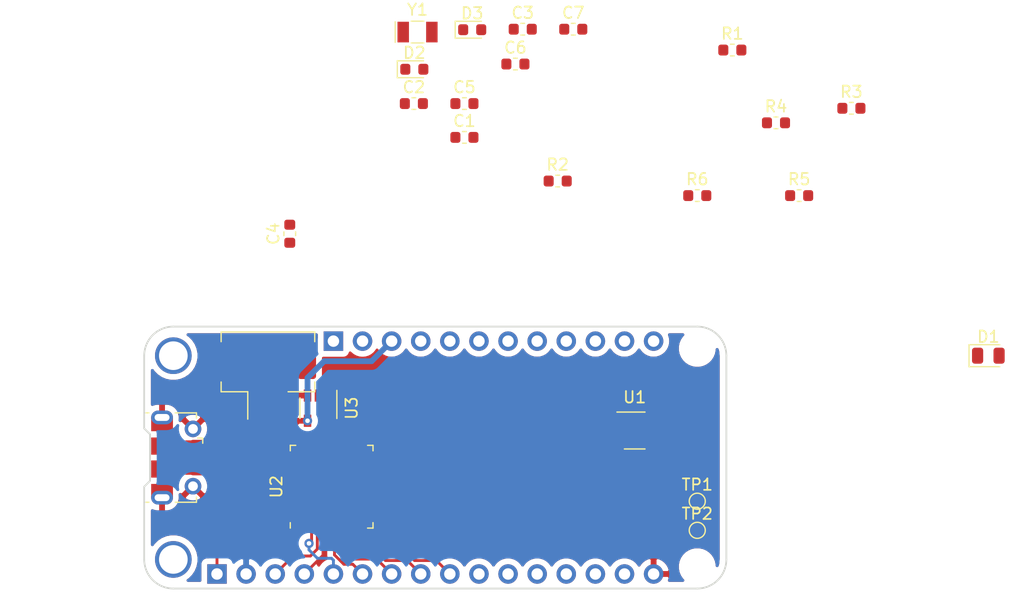
<source format=kicad_pcb>
(kicad_pcb (version 20171130) (host pcbnew 5.1.4+dfsg1-1)

  (general
    (thickness 1.6)
    (drawings 14)
    (tracks 72)
    (zones 0)
    (modules 30)
    (nets 53)
  )

  (page A4)
  (layers
    (0 F.Cu signal)
    (31 B.Cu signal)
    (32 B.Adhes user)
    (33 F.Adhes user)
    (34 B.Paste user)
    (35 F.Paste user)
    (36 B.SilkS user)
    (37 F.SilkS user)
    (38 B.Mask user)
    (39 F.Mask user)
    (40 Dwgs.User user)
    (41 Cmts.User user hide)
    (42 Eco1.User user)
    (43 Eco2.User user)
    (44 Edge.Cuts user)
    (45 Margin user)
    (46 B.CrtYd user)
    (47 F.CrtYd user)
    (48 B.Fab user)
    (49 F.Fab user)
  )

  (setup
    (last_trace_width 0.25)
    (user_trace_width 0.5)
    (trace_clearance 0.2)
    (zone_clearance 0.508)
    (zone_45_only no)
    (trace_min 0.1524)
    (via_size 0.8)
    (via_drill 0.4)
    (via_min_size 0.4)
    (via_min_drill 0.254)
    (uvia_size 0.3)
    (uvia_drill 0.1)
    (uvias_allowed no)
    (uvia_min_size 0.2)
    (uvia_min_drill 0.1)
    (edge_width 0.05)
    (segment_width 0.2)
    (pcb_text_width 0.3)
    (pcb_text_size 1.5 1.5)
    (mod_edge_width 0.12)
    (mod_text_size 1 1)
    (mod_text_width 0.15)
    (pad_size 5.15 5.15)
    (pad_drill 0)
    (pad_to_mask_clearance 0.008)
    (solder_mask_min_width 0.101)
    (aux_axis_origin 0 0)
    (visible_elements FFFFFF7F)
    (pcbplotparams
      (layerselection 0x010fc_ffffffff)
      (usegerberextensions false)
      (usegerberattributes false)
      (usegerberadvancedattributes false)
      (creategerberjobfile false)
      (excludeedgelayer true)
      (linewidth 0.100000)
      (plotframeref false)
      (viasonmask false)
      (mode 1)
      (useauxorigin false)
      (hpglpennumber 1)
      (hpglpenspeed 20)
      (hpglpendiameter 15.000000)
      (psnegative false)
      (psa4output false)
      (plotreference true)
      (plotvalue true)
      (plotinvisibletext false)
      (padsonsilk false)
      (subtractmaskfromsilk false)
      (outputformat 1)
      (mirror false)
      (drillshape 1)
      (scaleselection 1)
      (outputdirectory ""))
  )

  (net 0 "")
  (net 1 "Net-(J2-Pad4)")
  (net 2 +BATT)
  (net 3 GND)
  (net 4 VBUS)
  (net 5 /MISO)
  (net 6 /MOSI)
  (net 7 /SCK)
  (net 8 /A5)
  (net 9 /A4)
  (net 10 /A3)
  (net 11 /A2)
  (net 12 /A1)
  (net 13 /A0)
  (net 14 /Aref)
  (net 15 +3V3)
  (net 16 /~RST~)
  (net 17 /SDA)
  (net 18 /SCL)
  (net 19 /EN)
  (net 20 /D+)
  (net 21 /D-)
  (net 22 /D1)
  (net 23 /D0)
  (net 24 /D5)
  (net 25 /D6)
  (net 26 /D9)
  (net 27 /D10)
  (net 28 /D11)
  (net 29 /D12)
  (net 30 /D13)
  (net 31 "Net-(U1-Pad4)")
  (net 32 "Net-(R1-Pad1)")
  (net 33 /RXLED)
  (net 34 /SWDIO)
  (net 35 /SWCLK)
  (net 36 "Net-(C6-Pad1)")
  (net 37 /USBHOSTEN)
  (net 38 /TXLED)
  (net 39 /RXD)
  (net 40 /TXD)
  (net 41 /D7)
  (net 42 /D2)
  (net 43 "Net-(U2-Pad22)")
  (net 44 /D3)
  (net 45 /D4)
  (net 46 /D8)
  (net 47 "Net-(C4-Pad2)")
  (net 48 "Net-(C5-Pad2)")
  (net 49 "Net-(R2-Pad1)")
  (net 50 "Net-(R3-Pad2)")
  (net 51 "Net-(D2-Pad1)")
  (net 52 "Net-(D3-Pad2)")

  (net_class Default "This is the default net class."
    (clearance 0.2)
    (trace_width 0.25)
    (via_dia 0.8)
    (via_drill 0.4)
    (uvia_dia 0.3)
    (uvia_drill 0.1)
    (add_net +3V3)
    (add_net +BATT)
    (add_net /A0)
    (add_net /A1)
    (add_net /A2)
    (add_net /A3)
    (add_net /A4)
    (add_net /A5)
    (add_net /Aref)
    (add_net /D+)
    (add_net /D-)
    (add_net /D0)
    (add_net /D1)
    (add_net /D10)
    (add_net /D11)
    (add_net /D12)
    (add_net /D13)
    (add_net /D2)
    (add_net /D3)
    (add_net /D4)
    (add_net /D5)
    (add_net /D6)
    (add_net /D7)
    (add_net /D8)
    (add_net /D9)
    (add_net /EN)
    (add_net /MISO)
    (add_net /MOSI)
    (add_net /RXD)
    (add_net /RXLED)
    (add_net /SCK)
    (add_net /SCL)
    (add_net /SDA)
    (add_net /SWCLK)
    (add_net /SWDIO)
    (add_net /TXD)
    (add_net /TXLED)
    (add_net /USBHOSTEN)
    (add_net /~RST~)
    (add_net GND)
    (add_net "Net-(C4-Pad2)")
    (add_net "Net-(C5-Pad2)")
    (add_net "Net-(C6-Pad1)")
    (add_net "Net-(D2-Pad1)")
    (add_net "Net-(D3-Pad2)")
    (add_net "Net-(J2-Pad4)")
    (add_net "Net-(R1-Pad1)")
    (add_net "Net-(R2-Pad1)")
    (add_net "Net-(R3-Pad2)")
    (add_net "Net-(U1-Pad4)")
    (add_net "Net-(U2-Pad22)")
    (add_net VBUS)
  )

  (module Package_DFN_QFN:QFN-48-1EP_7x7mm_P0.5mm_EP5.15x5.15mm (layer F.Cu) (tedit 5DF02DA9) (tstamp 5DF0D9C1)
    (at 143.355 95.255 90)
    (descr "QFN, 48 Pin (http://www.analog.com/media/en/package-pcb-resources/package/pkg_pdf/ltc-legacy-qfn/QFN_48_05-08-1704.pdf), generated with kicad-footprint-generator ipc_dfn_qfn_generator.py")
    (tags "QFN DFN_QFN")
    (path /5DF01F8F)
    (attr smd)
    (fp_text reference U2 (at 0 -4.82 90) (layer F.SilkS)
      (effects (font (size 1 1) (thickness 0.15)))
    )
    (fp_text value ATSAMD21G18A-AUT (at 0 4.82 90) (layer F.Fab)
      (effects (font (size 1 1) (thickness 0.15)))
    )
    (fp_text user %R (at 0 0 90) (layer F.Fab)
      (effects (font (size 1 1) (thickness 0.15)))
    )
    (fp_line (start 4.12 -4.12) (end -4.12 -4.12) (layer F.CrtYd) (width 0.05))
    (fp_line (start 4.12 4.12) (end 4.12 -4.12) (layer F.CrtYd) (width 0.05))
    (fp_line (start -4.12 4.12) (end 4.12 4.12) (layer F.CrtYd) (width 0.05))
    (fp_line (start -4.12 -4.12) (end -4.12 4.12) (layer F.CrtYd) (width 0.05))
    (fp_line (start -3.5 -2.5) (end -2.5 -3.5) (layer F.Fab) (width 0.1))
    (fp_line (start -3.5 3.5) (end -3.5 -2.5) (layer F.Fab) (width 0.1))
    (fp_line (start 3.5 3.5) (end -3.5 3.5) (layer F.Fab) (width 0.1))
    (fp_line (start 3.5 -3.5) (end 3.5 3.5) (layer F.Fab) (width 0.1))
    (fp_line (start -2.5 -3.5) (end 3.5 -3.5) (layer F.Fab) (width 0.1))
    (fp_line (start -3.135 -3.61) (end -3.61 -3.61) (layer F.SilkS) (width 0.12))
    (fp_line (start 3.61 3.61) (end 3.61 3.135) (layer F.SilkS) (width 0.12))
    (fp_line (start 3.135 3.61) (end 3.61 3.61) (layer F.SilkS) (width 0.12))
    (fp_line (start -3.61 3.61) (end -3.61 3.135) (layer F.SilkS) (width 0.12))
    (fp_line (start -3.135 3.61) (end -3.61 3.61) (layer F.SilkS) (width 0.12))
    (fp_line (start 3.61 -3.61) (end 3.61 -3.135) (layer F.SilkS) (width 0.12))
    (fp_line (start 3.135 -3.61) (end 3.61 -3.61) (layer F.SilkS) (width 0.12))
    (pad 48 smd roundrect (at -2.75 -3.4375 90) (size 0.25 0.875) (layers F.Cu F.Paste F.Mask) (roundrect_rratio 0.25)
      (net 33 /RXLED))
    (pad 47 smd roundrect (at -2.25 -3.4375 90) (size 0.25 0.875) (layers F.Cu F.Paste F.Mask) (roundrect_rratio 0.25)
      (net 8 /A5))
    (pad 46 smd roundrect (at -1.75 -3.4375 90) (size 0.25 0.875) (layers F.Cu F.Paste F.Mask) (roundrect_rratio 0.25)
      (net 34 /SWDIO))
    (pad 45 smd roundrect (at -1.25 -3.4375 90) (size 0.25 0.875) (layers F.Cu F.Paste F.Mask) (roundrect_rratio 0.25)
      (net 35 /SWCLK))
    (pad 44 smd roundrect (at -0.75 -3.4375 90) (size 0.25 0.875) (layers F.Cu F.Paste F.Mask) (roundrect_rratio 0.25)
      (net 15 +3V3))
    (pad 43 smd roundrect (at -0.25 -3.4375 90) (size 0.25 0.875) (layers F.Cu F.Paste F.Mask) (roundrect_rratio 0.25)
      (net 36 "Net-(C6-Pad1)"))
    (pad 42 smd roundrect (at 0.25 -3.4375 90) (size 0.25 0.875) (layers F.Cu F.Paste F.Mask) (roundrect_rratio 0.25)
      (net 3 GND))
    (pad 41 smd roundrect (at 0.75 -3.4375 90) (size 0.25 0.875) (layers F.Cu F.Paste F.Mask) (roundrect_rratio 0.25)
      (net 37 /USBHOSTEN))
    (pad 40 smd roundrect (at 1.25 -3.4375 90) (size 0.25 0.875) (layers F.Cu F.Paste F.Mask) (roundrect_rratio 0.25)
      (net 16 /~RST~))
    (pad 39 smd roundrect (at 1.75 -3.4375 90) (size 0.25 0.875) (layers F.Cu F.Paste F.Mask) (roundrect_rratio 0.25)
      (net 38 /TXLED))
    (pad 38 smd roundrect (at 2.25 -3.4375 90) (size 0.25 0.875) (layers F.Cu F.Paste F.Mask) (roundrect_rratio 0.25)
      (net 39 /RXD))
    (pad 37 smd roundrect (at 2.75 -3.4375 90) (size 0.25 0.875) (layers F.Cu F.Paste F.Mask) (roundrect_rratio 0.25)
      (net 40 /TXD))
    (pad 36 smd roundrect (at 3.4375 -2.75 90) (size 0.875 0.25) (layers F.Cu F.Paste F.Mask) (roundrect_rratio 0.25)
      (net 15 +3V3))
    (pad 35 smd roundrect (at 3.4375 -2.25 90) (size 0.875 0.25) (layers F.Cu F.Paste F.Mask) (roundrect_rratio 0.25)
      (net 3 GND))
    (pad 34 smd roundrect (at 3.4375 -1.75 90) (size 0.875 0.25) (layers F.Cu F.Paste F.Mask) (roundrect_rratio 0.25)
      (net 20 /D+))
    (pad 33 smd roundrect (at 3.4375 -1.25 90) (size 0.875 0.25) (layers F.Cu F.Paste F.Mask) (roundrect_rratio 0.25)
      (net 21 /D-))
    (pad 32 smd roundrect (at 3.4375 -0.75 90) (size 0.875 0.25) (layers F.Cu F.Paste F.Mask) (roundrect_rratio 0.25)
      (net 18 /SCL))
    (pad 31 smd roundrect (at 3.4375 -0.25 90) (size 0.875 0.25) (layers F.Cu F.Paste F.Mask) (roundrect_rratio 0.25)
      (net 17 /SDA))
    (pad 30 smd roundrect (at 3.4375 0.25 90) (size 0.875 0.25) (layers F.Cu F.Paste F.Mask) (roundrect_rratio 0.25)
      (net 41 /D7))
    (pad 29 smd roundrect (at 3.4375 0.75 90) (size 0.875 0.25) (layers F.Cu F.Paste F.Mask) (roundrect_rratio 0.25)
      (net 25 /D6))
    (pad 28 smd roundrect (at 3.4375 1.25 90) (size 0.875 0.25) (layers F.Cu F.Paste F.Mask) (roundrect_rratio 0.25)
      (net 29 /D12))
    (pad 27 smd roundrect (at 3.4375 1.75 90) (size 0.875 0.25) (layers F.Cu F.Paste F.Mask) (roundrect_rratio 0.25)
      (net 27 /D10))
    (pad 26 smd roundrect (at 3.4375 2.25 90) (size 0.875 0.25) (layers F.Cu F.Paste F.Mask) (roundrect_rratio 0.25)
      (net 30 /D13))
    (pad 25 smd roundrect (at 3.4375 2.75 90) (size 0.875 0.25) (layers F.Cu F.Paste F.Mask) (roundrect_rratio 0.25)
      (net 28 /D11))
    (pad 24 smd roundrect (at 2.75 3.4375 90) (size 0.25 0.875) (layers F.Cu F.Paste F.Mask) (roundrect_rratio 0.25)
      (net 24 /D5))
    (pad 23 smd roundrect (at 2.25 3.4375 90) (size 0.25 0.875) (layers F.Cu F.Paste F.Mask) (roundrect_rratio 0.25)
      (net 42 /D2))
    (pad 22 smd roundrect (at 1.75 3.4375 90) (size 0.25 0.875) (layers F.Cu F.Paste F.Mask) (roundrect_rratio 0.25)
      (net 43 "Net-(U2-Pad22)"))
    (pad 21 smd roundrect (at 1.25 3.4375 90) (size 0.25 0.875) (layers F.Cu F.Paste F.Mask) (roundrect_rratio 0.25)
      (net 5 /MISO))
    (pad 20 smd roundrect (at 0.75 3.4375 90) (size 0.25 0.875) (layers F.Cu F.Paste F.Mask) (roundrect_rratio 0.25)
      (net 7 /SCK))
    (pad 19 smd roundrect (at 0.25 3.4375 90) (size 0.25 0.875) (layers F.Cu F.Paste F.Mask) (roundrect_rratio 0.25)
      (net 6 /MOSI))
    (pad 18 smd roundrect (at -0.25 3.4375 90) (size 0.25 0.875) (layers F.Cu F.Paste F.Mask) (roundrect_rratio 0.25)
      (net 3 GND))
    (pad 17 smd roundrect (at -0.75 3.4375 90) (size 0.25 0.875) (layers F.Cu F.Paste F.Mask) (roundrect_rratio 0.25)
      (net 15 +3V3))
    (pad 16 smd roundrect (at -1.25 3.4375 90) (size 0.25 0.875) (layers F.Cu F.Paste F.Mask) (roundrect_rratio 0.25)
      (net 23 /D0))
    (pad 15 smd roundrect (at -1.75 3.4375 90) (size 0.25 0.875) (layers F.Cu F.Paste F.Mask) (roundrect_rratio 0.25)
      (net 22 /D1))
    (pad 14 smd roundrect (at -2.25 3.4375 90) (size 0.25 0.875) (layers F.Cu F.Paste F.Mask) (roundrect_rratio 0.25)
      (net 44 /D3))
    (pad 13 smd roundrect (at -2.75 3.4375 90) (size 0.25 0.875) (layers F.Cu F.Paste F.Mask) (roundrect_rratio 0.25)
      (net 45 /D4))
    (pad 12 smd roundrect (at -3.4375 2.75 90) (size 0.875 0.25) (layers F.Cu F.Paste F.Mask) (roundrect_rratio 0.25)
      (net 26 /D9))
    (pad 11 smd roundrect (at -3.4375 2.25 90) (size 0.875 0.25) (layers F.Cu F.Paste F.Mask) (roundrect_rratio 0.25)
      (net 46 /D8))
    (pad 10 smd roundrect (at -3.4375 1.75 90) (size 0.875 0.25) (layers F.Cu F.Paste F.Mask) (roundrect_rratio 0.25)
      (net 9 /A4))
    (pad 9 smd roundrect (at -3.4375 1.25 90) (size 0.875 0.25) (layers F.Cu F.Paste F.Mask) (roundrect_rratio 0.25)
      (net 10 /A3))
    (pad 8 smd roundrect (at -3.4375 0.75 90) (size 0.875 0.25) (layers F.Cu F.Paste F.Mask) (roundrect_rratio 0.25)
      (net 11 /A2))
    (pad 7 smd roundrect (at -3.4375 0.25 90) (size 0.875 0.25) (layers F.Cu F.Paste F.Mask) (roundrect_rratio 0.25)
      (net 12 /A1))
    (pad 6 smd roundrect (at -3.4375 -0.25 90) (size 0.875 0.25) (layers F.Cu F.Paste F.Mask) (roundrect_rratio 0.25)
      (net 15 +3V3))
    (pad 5 smd roundrect (at -3.4375 -0.75 90) (size 0.875 0.25) (layers F.Cu F.Paste F.Mask) (roundrect_rratio 0.25)
      (net 3 GND))
    (pad 4 smd roundrect (at -3.4375 -1.25 90) (size 0.875 0.25) (layers F.Cu F.Paste F.Mask) (roundrect_rratio 0.25)
      (net 14 /Aref))
    (pad 3 smd roundrect (at -3.4375 -1.75 90) (size 0.875 0.25) (layers F.Cu F.Paste F.Mask) (roundrect_rratio 0.25)
      (net 13 /A0))
    (pad 2 smd roundrect (at -3.4375 -2.25 90) (size 0.875 0.25) (layers F.Cu F.Paste F.Mask) (roundrect_rratio 0.25)
      (net 47 "Net-(C4-Pad2)"))
    (pad 1 smd roundrect (at -3.4375 -2.75 90) (size 0.875 0.25) (layers F.Cu F.Paste F.Mask) (roundrect_rratio 0.25)
      (net 48 "Net-(C5-Pad2)"))
    (pad "" smd roundrect (at 1.935 1.935 90) (size 1.04 1.04) (layers F.Paste) (roundrect_rratio 0.240385))
    (pad "" smd roundrect (at 1.935 0.645 90) (size 1.04 1.04) (layers F.Paste) (roundrect_rratio 0.240385))
    (pad "" smd roundrect (at 1.935 -0.645 90) (size 1.04 1.04) (layers F.Paste) (roundrect_rratio 0.240385))
    (pad "" smd roundrect (at 1.935 -1.935 90) (size 1.04 1.04) (layers F.Paste) (roundrect_rratio 0.240385))
    (pad "" smd roundrect (at 0.645 1.935 90) (size 1.04 1.04) (layers F.Paste) (roundrect_rratio 0.240385))
    (pad "" smd roundrect (at 0.645 0.645 90) (size 1.04 1.04) (layers F.Paste) (roundrect_rratio 0.240385))
    (pad "" smd roundrect (at 0.645 -0.645 90) (size 1.04 1.04) (layers F.Paste) (roundrect_rratio 0.240385))
    (pad "" smd roundrect (at 0.645 -1.935 90) (size 1.04 1.04) (layers F.Paste) (roundrect_rratio 0.240385))
    (pad "" smd roundrect (at -0.645 1.935 90) (size 1.04 1.04) (layers F.Paste) (roundrect_rratio 0.240385))
    (pad "" smd roundrect (at -0.645 0.645 90) (size 1.04 1.04) (layers F.Paste) (roundrect_rratio 0.240385))
    (pad "" smd roundrect (at -0.645 -0.645 90) (size 1.04 1.04) (layers F.Paste) (roundrect_rratio 0.240385))
    (pad "" smd roundrect (at -0.645 -1.935 90) (size 1.04 1.04) (layers F.Paste) (roundrect_rratio 0.240385))
    (pad "" smd roundrect (at -1.935 1.935 90) (size 1.04 1.04) (layers F.Paste) (roundrect_rratio 0.240385))
    (pad "" smd roundrect (at -1.935 0.645 90) (size 1.04 1.04) (layers F.Paste) (roundrect_rratio 0.240385))
    (pad "" smd roundrect (at -1.935 -0.645 90) (size 1.04 1.04) (layers F.Paste) (roundrect_rratio 0.240385))
    (pad "" smd roundrect (at -1.935 -1.935 90) (size 1.04 1.04) (layers F.Paste) (roundrect_rratio 0.240385))
    (pad 49 smd roundrect (at 0 0 90) (size 5.15 5.15) (layers F.Cu F.Mask) (roundrect_rratio 0.049)
      (net 3 GND))
    (model ${KISYS3DMOD}/Package_DFN_QFN.3dshapes/QFN-48-1EP_7x7mm_P0.5mm_EP5.15x5.15mm.wrl
      (at (xyz 0 0 0))
      (scale (xyz 1 1 1))
      (rotate (xyz 0 0 0))
    )
  )

  (module Resistor_SMD:R_0603_1608Metric (layer F.Cu) (tedit 5B301BBD) (tstamp 5DF08705)
    (at 178.32 57.15)
    (descr "Resistor SMD 0603 (1608 Metric), square (rectangular) end terminal, IPC_7351 nominal, (Body size source: http://www.tortai-tech.com/upload/download/2011102023233369053.pdf), generated with kicad-footprint-generator")
    (tags resistor)
    (path /5DF12D5F)
    (attr smd)
    (fp_text reference R1 (at 0 -1.43) (layer F.SilkS)
      (effects (font (size 1 1) (thickness 0.15)))
    )
    (fp_text value 100k (at 0 1.43) (layer F.Fab)
      (effects (font (size 1 1) (thickness 0.15)))
    )
    (fp_text user %R (at 0 0) (layer F.Fab)
      (effects (font (size 0.4 0.4) (thickness 0.06)))
    )
    (fp_line (start 1.48 0.73) (end -1.48 0.73) (layer F.CrtYd) (width 0.05))
    (fp_line (start 1.48 -0.73) (end 1.48 0.73) (layer F.CrtYd) (width 0.05))
    (fp_line (start -1.48 -0.73) (end 1.48 -0.73) (layer F.CrtYd) (width 0.05))
    (fp_line (start -1.48 0.73) (end -1.48 -0.73) (layer F.CrtYd) (width 0.05))
    (fp_line (start -0.162779 0.51) (end 0.162779 0.51) (layer F.SilkS) (width 0.12))
    (fp_line (start -0.162779 -0.51) (end 0.162779 -0.51) (layer F.SilkS) (width 0.12))
    (fp_line (start 0.8 0.4) (end -0.8 0.4) (layer F.Fab) (width 0.1))
    (fp_line (start 0.8 -0.4) (end 0.8 0.4) (layer F.Fab) (width 0.1))
    (fp_line (start -0.8 -0.4) (end 0.8 -0.4) (layer F.Fab) (width 0.1))
    (fp_line (start -0.8 0.4) (end -0.8 -0.4) (layer F.Fab) (width 0.1))
    (pad 2 smd roundrect (at 0.7875 0) (size 0.875 0.95) (layers F.Cu F.Paste F.Mask) (roundrect_rratio 0.25)
      (net 4 VBUS))
    (pad 1 smd roundrect (at -0.7875 0) (size 0.875 0.95) (layers F.Cu F.Paste F.Mask) (roundrect_rratio 0.25)
      (net 32 "Net-(R1-Pad1)"))
    (model ${KISYS3DMOD}/Resistor_SMD.3dshapes/R_0603_1608Metric.wrl
      (at (xyz 0 0 0))
      (scale (xyz 1 1 1))
      (rotate (xyz 0 0 0))
    )
  )

  (module Resistor_SMD:R_0603_1608Metric (layer F.Cu) (tedit 5B301BBD) (tstamp 5DF0875A)
    (at 175.26 69.85)
    (descr "Resistor SMD 0603 (1608 Metric), square (rectangular) end terminal, IPC_7351 nominal, (Body size source: http://www.tortai-tech.com/upload/download/2011102023233369053.pdf), generated with kicad-footprint-generator")
    (tags resistor)
    (path /5DF7FDAD)
    (attr smd)
    (fp_text reference R6 (at 0 -1.43) (layer F.SilkS)
      (effects (font (size 1 1) (thickness 0.15)))
    )
    (fp_text value 100k (at 0 1.43) (layer F.Fab)
      (effects (font (size 1 1) (thickness 0.15)))
    )
    (fp_text user %R (at 0 0) (layer F.Fab)
      (effects (font (size 0.4 0.4) (thickness 0.06)))
    )
    (fp_line (start 1.48 0.73) (end -1.48 0.73) (layer F.CrtYd) (width 0.05))
    (fp_line (start 1.48 -0.73) (end 1.48 0.73) (layer F.CrtYd) (width 0.05))
    (fp_line (start -1.48 -0.73) (end 1.48 -0.73) (layer F.CrtYd) (width 0.05))
    (fp_line (start -1.48 0.73) (end -1.48 -0.73) (layer F.CrtYd) (width 0.05))
    (fp_line (start -0.162779 0.51) (end 0.162779 0.51) (layer F.SilkS) (width 0.12))
    (fp_line (start -0.162779 -0.51) (end 0.162779 -0.51) (layer F.SilkS) (width 0.12))
    (fp_line (start 0.8 0.4) (end -0.8 0.4) (layer F.Fab) (width 0.1))
    (fp_line (start 0.8 -0.4) (end 0.8 0.4) (layer F.Fab) (width 0.1))
    (fp_line (start -0.8 -0.4) (end 0.8 -0.4) (layer F.Fab) (width 0.1))
    (fp_line (start -0.8 0.4) (end -0.8 -0.4) (layer F.Fab) (width 0.1))
    (pad 2 smd roundrect (at 0.7875 0) (size 0.875 0.95) (layers F.Cu F.Paste F.Mask) (roundrect_rratio 0.25)
      (net 3 GND))
    (pad 1 smd roundrect (at -0.7875 0) (size 0.875 0.95) (layers F.Cu F.Paste F.Mask) (roundrect_rratio 0.25)
      (net 26 /D9))
    (model ${KISYS3DMOD}/Resistor_SMD.3dshapes/R_0603_1608Metric.wrl
      (at (xyz 0 0 0))
      (scale (xyz 1 1 1))
      (rotate (xyz 0 0 0))
    )
  )

  (module Resistor_SMD:R_0603_1608Metric (layer F.Cu) (tedit 5B301BBD) (tstamp 5DF08749)
    (at 184.15 69.85)
    (descr "Resistor SMD 0603 (1608 Metric), square (rectangular) end terminal, IPC_7351 nominal, (Body size source: http://www.tortai-tech.com/upload/download/2011102023233369053.pdf), generated with kicad-footprint-generator")
    (tags resistor)
    (path /5DF7D4B8)
    (attr smd)
    (fp_text reference R5 (at 0 -1.43) (layer F.SilkS)
      (effects (font (size 1 1) (thickness 0.15)))
    )
    (fp_text value 100k (at 0 1.43) (layer F.Fab)
      (effects (font (size 1 1) (thickness 0.15)))
    )
    (fp_text user %R (at 0 0) (layer F.Fab)
      (effects (font (size 0.4 0.4) (thickness 0.06)))
    )
    (fp_line (start 1.48 0.73) (end -1.48 0.73) (layer F.CrtYd) (width 0.05))
    (fp_line (start 1.48 -0.73) (end 1.48 0.73) (layer F.CrtYd) (width 0.05))
    (fp_line (start -1.48 -0.73) (end 1.48 -0.73) (layer F.CrtYd) (width 0.05))
    (fp_line (start -1.48 0.73) (end -1.48 -0.73) (layer F.CrtYd) (width 0.05))
    (fp_line (start -0.162779 0.51) (end 0.162779 0.51) (layer F.SilkS) (width 0.12))
    (fp_line (start -0.162779 -0.51) (end 0.162779 -0.51) (layer F.SilkS) (width 0.12))
    (fp_line (start 0.8 0.4) (end -0.8 0.4) (layer F.Fab) (width 0.1))
    (fp_line (start 0.8 -0.4) (end 0.8 0.4) (layer F.Fab) (width 0.1))
    (fp_line (start -0.8 -0.4) (end 0.8 -0.4) (layer F.Fab) (width 0.1))
    (fp_line (start -0.8 0.4) (end -0.8 -0.4) (layer F.Fab) (width 0.1))
    (pad 2 smd roundrect (at 0.7875 0) (size 0.875 0.95) (layers F.Cu F.Paste F.Mask) (roundrect_rratio 0.25)
      (net 26 /D9))
    (pad 1 smd roundrect (at -0.7875 0) (size 0.875 0.95) (layers F.Cu F.Paste F.Mask) (roundrect_rratio 0.25)
      (net 2 +BATT))
    (model ${KISYS3DMOD}/Resistor_SMD.3dshapes/R_0603_1608Metric.wrl
      (at (xyz 0 0 0))
      (scale (xyz 1 1 1))
      (rotate (xyz 0 0 0))
    )
  )

  (module Resistor_SMD:R_0603_1608Metric (layer F.Cu) (tedit 5B301BBD) (tstamp 5DF08738)
    (at 182.13 63.5)
    (descr "Resistor SMD 0603 (1608 Metric), square (rectangular) end terminal, IPC_7351 nominal, (Body size source: http://www.tortai-tech.com/upload/download/2011102023233369053.pdf), generated with kicad-footprint-generator")
    (tags resistor)
    (path /5DF88043)
    (attr smd)
    (fp_text reference R4 (at 0 -1.43) (layer F.SilkS)
      (effects (font (size 1 1) (thickness 0.15)))
    )
    (fp_text value 2.2k (at 0 1.43) (layer F.Fab)
      (effects (font (size 1 1) (thickness 0.15)))
    )
    (fp_text user %R (at 0 0) (layer F.Fab)
      (effects (font (size 0.4 0.4) (thickness 0.06)))
    )
    (fp_line (start 1.48 0.73) (end -1.48 0.73) (layer F.CrtYd) (width 0.05))
    (fp_line (start 1.48 -0.73) (end 1.48 0.73) (layer F.CrtYd) (width 0.05))
    (fp_line (start -1.48 -0.73) (end 1.48 -0.73) (layer F.CrtYd) (width 0.05))
    (fp_line (start -1.48 0.73) (end -1.48 -0.73) (layer F.CrtYd) (width 0.05))
    (fp_line (start -0.162779 0.51) (end 0.162779 0.51) (layer F.SilkS) (width 0.12))
    (fp_line (start -0.162779 -0.51) (end 0.162779 -0.51) (layer F.SilkS) (width 0.12))
    (fp_line (start 0.8 0.4) (end -0.8 0.4) (layer F.Fab) (width 0.1))
    (fp_line (start 0.8 -0.4) (end 0.8 0.4) (layer F.Fab) (width 0.1))
    (fp_line (start -0.8 -0.4) (end 0.8 -0.4) (layer F.Fab) (width 0.1))
    (fp_line (start -0.8 0.4) (end -0.8 -0.4) (layer F.Fab) (width 0.1))
    (pad 2 smd roundrect (at 0.7875 0) (size 0.875 0.95) (layers F.Cu F.Paste F.Mask) (roundrect_rratio 0.25)
      (net 52 "Net-(D3-Pad2)"))
    (pad 1 smd roundrect (at -0.7875 0) (size 0.875 0.95) (layers F.Cu F.Paste F.Mask) (roundrect_rratio 0.25)
      (net 30 /D13))
    (model ${KISYS3DMOD}/Resistor_SMD.3dshapes/R_0603_1608Metric.wrl
      (at (xyz 0 0 0))
      (scale (xyz 1 1 1))
      (rotate (xyz 0 0 0))
    )
  )

  (module Resistor_SMD:R_0603_1608Metric (layer F.Cu) (tedit 5B301BBD) (tstamp 5DF08727)
    (at 188.71 62.23)
    (descr "Resistor SMD 0603 (1608 Metric), square (rectangular) end terminal, IPC_7351 nominal, (Body size source: http://www.tortai-tech.com/upload/download/2011102023233369053.pdf), generated with kicad-footprint-generator")
    (tags resistor)
    (path /5DF66B6E)
    (attr smd)
    (fp_text reference R3 (at 0 -1.43) (layer F.SilkS)
      (effects (font (size 1 1) (thickness 0.15)))
    )
    (fp_text value 1k (at 0 1.43) (layer F.Fab)
      (effects (font (size 1 1) (thickness 0.15)))
    )
    (fp_text user %R (at 0 0) (layer F.Fab)
      (effects (font (size 0.4 0.4) (thickness 0.06)))
    )
    (fp_line (start 1.48 0.73) (end -1.48 0.73) (layer F.CrtYd) (width 0.05))
    (fp_line (start 1.48 -0.73) (end 1.48 0.73) (layer F.CrtYd) (width 0.05))
    (fp_line (start -1.48 -0.73) (end 1.48 -0.73) (layer F.CrtYd) (width 0.05))
    (fp_line (start -1.48 0.73) (end -1.48 -0.73) (layer F.CrtYd) (width 0.05))
    (fp_line (start -0.162779 0.51) (end 0.162779 0.51) (layer F.SilkS) (width 0.12))
    (fp_line (start -0.162779 -0.51) (end 0.162779 -0.51) (layer F.SilkS) (width 0.12))
    (fp_line (start 0.8 0.4) (end -0.8 0.4) (layer F.Fab) (width 0.1))
    (fp_line (start 0.8 -0.4) (end 0.8 0.4) (layer F.Fab) (width 0.1))
    (fp_line (start -0.8 -0.4) (end 0.8 -0.4) (layer F.Fab) (width 0.1))
    (fp_line (start -0.8 0.4) (end -0.8 -0.4) (layer F.Fab) (width 0.1))
    (pad 2 smd roundrect (at 0.7875 0) (size 0.875 0.95) (layers F.Cu F.Paste F.Mask) (roundrect_rratio 0.25)
      (net 50 "Net-(R3-Pad2)"))
    (pad 1 smd roundrect (at -0.7875 0) (size 0.875 0.95) (layers F.Cu F.Paste F.Mask) (roundrect_rratio 0.25)
      (net 51 "Net-(D2-Pad1)"))
    (model ${KISYS3DMOD}/Resistor_SMD.3dshapes/R_0603_1608Metric.wrl
      (at (xyz 0 0 0))
      (scale (xyz 1 1 1))
      (rotate (xyz 0 0 0))
    )
  )

  (module Resistor_SMD:R_0603_1608Metric (layer F.Cu) (tedit 5B301BBD) (tstamp 5DF0BA1F)
    (at 163.08 68.58)
    (descr "Resistor SMD 0603 (1608 Metric), square (rectangular) end terminal, IPC_7351 nominal, (Body size source: http://www.tortai-tech.com/upload/download/2011102023233369053.pdf), generated with kicad-footprint-generator")
    (tags resistor)
    (path /5DF582A3)
    (attr smd)
    (fp_text reference R2 (at 0 -1.43) (layer F.SilkS)
      (effects (font (size 1 1) (thickness 0.15)))
    )
    (fp_text value 10k (at 0 1.43) (layer F.Fab)
      (effects (font (size 1 1) (thickness 0.15)))
    )
    (fp_text user %R (at 0 0) (layer F.Fab)
      (effects (font (size 0.4 0.4) (thickness 0.06)))
    )
    (fp_line (start 1.48 0.73) (end -1.48 0.73) (layer F.CrtYd) (width 0.05))
    (fp_line (start 1.48 -0.73) (end 1.48 0.73) (layer F.CrtYd) (width 0.05))
    (fp_line (start -1.48 -0.73) (end 1.48 -0.73) (layer F.CrtYd) (width 0.05))
    (fp_line (start -1.48 0.73) (end -1.48 -0.73) (layer F.CrtYd) (width 0.05))
    (fp_line (start -0.162779 0.51) (end 0.162779 0.51) (layer F.SilkS) (width 0.12))
    (fp_line (start -0.162779 -0.51) (end 0.162779 -0.51) (layer F.SilkS) (width 0.12))
    (fp_line (start 0.8 0.4) (end -0.8 0.4) (layer F.Fab) (width 0.1))
    (fp_line (start 0.8 -0.4) (end 0.8 0.4) (layer F.Fab) (width 0.1))
    (fp_line (start -0.8 -0.4) (end 0.8 -0.4) (layer F.Fab) (width 0.1))
    (fp_line (start -0.8 0.4) (end -0.8 -0.4) (layer F.Fab) (width 0.1))
    (pad 2 smd roundrect (at 0.7875 0) (size 0.875 0.95) (layers F.Cu F.Paste F.Mask) (roundrect_rratio 0.25)
      (net 3 GND))
    (pad 1 smd roundrect (at -0.7875 0) (size 0.875 0.95) (layers F.Cu F.Paste F.Mask) (roundrect_rratio 0.25)
      (net 49 "Net-(R2-Pad1)"))
    (model ${KISYS3DMOD}/Resistor_SMD.3dshapes/R_0603_1608Metric.wrl
      (at (xyz 0 0 0))
      (scale (xyz 1 1 1))
      (rotate (xyz 0 0 0))
    )
  )

  (module TestPoint:TestPoint_Pad_D1.0mm (layer F.Cu) (tedit 5A0F774F) (tstamp 5DF08776)
    (at 175.26 99.06)
    (descr "SMD pad as test Point, diameter 1.0mm")
    (tags "test point SMD pad")
    (path /5E048B23)
    (attr virtual)
    (fp_text reference TP2 (at 0 -1.448) (layer F.SilkS)
      (effects (font (size 1 1) (thickness 0.15)))
    )
    (fp_text value TestPoint (at 0 1.55) (layer F.Fab)
      (effects (font (size 1 1) (thickness 0.15)))
    )
    (fp_circle (center 0 0) (end 0 0.7) (layer F.SilkS) (width 0.12))
    (fp_circle (center 0 0) (end 1 0) (layer F.CrtYd) (width 0.05))
    (fp_text user %R (at 0 -1.45) (layer F.Fab)
      (effects (font (size 1 1) (thickness 0.15)))
    )
    (pad 1 smd circle (at 0 0) (size 1 1) (layers F.Cu F.Mask)
      (net 34 /SWDIO))
  )

  (module TestPoint:TestPoint_Pad_D1.0mm (layer F.Cu) (tedit 5A0F774F) (tstamp 5DF08768)
    (at 175.26 96.52)
    (descr "SMD pad as test Point, diameter 1.0mm")
    (tags "test point SMD pad")
    (path /5E034A1E)
    (attr virtual)
    (fp_text reference TP1 (at 0 -1.448) (layer F.SilkS)
      (effects (font (size 1 1) (thickness 0.15)))
    )
    (fp_text value TestPoint (at 0 1.55) (layer F.Fab)
      (effects (font (size 1 1) (thickness 0.15)))
    )
    (fp_circle (center 0 0) (end 0 0.7) (layer F.SilkS) (width 0.12))
    (fp_circle (center 0 0) (end 1 0) (layer F.CrtYd) (width 0.05))
    (fp_text user %R (at 0 -1.45) (layer F.Fab)
      (effects (font (size 1 1) (thickness 0.15)))
    )
    (pad 1 smd circle (at 0 0) (size 1 1) (layers F.Cu F.Mask)
      (net 35 /SWCLK))
  )

  (module Diode_SMD:D_0805_2012Metric (layer F.Cu) (tedit 5B36C52B) (tstamp 5DF01FA8)
    (at 200.66 83.82)
    (descr "Diode SMD 0805 (2012 Metric), square (rectangular) end terminal, IPC_7351 nominal, (Body size source: https://docs.google.com/spreadsheets/d/1BsfQQcO9C6DZCsRaXUlFlo91Tg2WpOkGARC1WS5S8t0/edit?usp=sharing), generated with kicad-footprint-generator")
    (tags diode)
    (path /5DF0A7E1)
    (attr smd)
    (fp_text reference D1 (at 0 -1.65) (layer F.SilkS)
      (effects (font (size 1 1) (thickness 0.15)))
    )
    (fp_text value MBR340 (at 0 1.65) (layer F.Fab)
      (effects (font (size 1 1) (thickness 0.15)))
    )
    (fp_text user %R (at 0 0) (layer F.Fab)
      (effects (font (size 0.5 0.5) (thickness 0.08)))
    )
    (fp_line (start 1.68 0.95) (end -1.68 0.95) (layer F.CrtYd) (width 0.05))
    (fp_line (start 1.68 -0.95) (end 1.68 0.95) (layer F.CrtYd) (width 0.05))
    (fp_line (start -1.68 -0.95) (end 1.68 -0.95) (layer F.CrtYd) (width 0.05))
    (fp_line (start -1.68 0.95) (end -1.68 -0.95) (layer F.CrtYd) (width 0.05))
    (fp_line (start -1.685 0.96) (end 1 0.96) (layer F.SilkS) (width 0.12))
    (fp_line (start -1.685 -0.96) (end -1.685 0.96) (layer F.SilkS) (width 0.12))
    (fp_line (start 1 -0.96) (end -1.685 -0.96) (layer F.SilkS) (width 0.12))
    (fp_line (start 1 0.6) (end 1 -0.6) (layer F.Fab) (width 0.1))
    (fp_line (start -1 0.6) (end 1 0.6) (layer F.Fab) (width 0.1))
    (fp_line (start -1 -0.3) (end -1 0.6) (layer F.Fab) (width 0.1))
    (fp_line (start -0.7 -0.6) (end -1 -0.3) (layer F.Fab) (width 0.1))
    (fp_line (start 1 -0.6) (end -0.7 -0.6) (layer F.Fab) (width 0.1))
    (pad 2 smd roundrect (at 0.9375 0) (size 0.975 1.4) (layers F.Cu F.Paste F.Mask) (roundrect_rratio 0.25)
      (net 2 +BATT))
    (pad 1 smd roundrect (at -0.9375 0) (size 0.975 1.4) (layers F.Cu F.Paste F.Mask) (roundrect_rratio 0.25)
      (net 4 VBUS))
    (model ${KISYS3DMOD}/Diode_SMD.3dshapes/D_0805_2012Metric.wrl
      (at (xyz 0 0 0))
      (scale (xyz 1 1 1))
      (rotate (xyz 0 0 0))
    )
  )

  (module LED_SMD:LED_0603_1608Metric (layer F.Cu) (tedit 5B301BBE) (tstamp 5DF08604)
    (at 155.62 55.375)
    (descr "LED SMD 0603 (1608 Metric), square (rectangular) end terminal, IPC_7351 nominal, (Body size source: http://www.tortai-tech.com/upload/download/2011102023233369053.pdf), generated with kicad-footprint-generator")
    (tags diode)
    (path /5DF8AD1A)
    (attr smd)
    (fp_text reference D3 (at 0 -1.43) (layer F.SilkS)
      (effects (font (size 1 1) (thickness 0.15)))
    )
    (fp_text value LED (at 0 1.43) (layer F.Fab)
      (effects (font (size 1 1) (thickness 0.15)))
    )
    (fp_text user %R (at 0 0) (layer F.Fab)
      (effects (font (size 0.4 0.4) (thickness 0.06)))
    )
    (fp_line (start 1.48 0.73) (end -1.48 0.73) (layer F.CrtYd) (width 0.05))
    (fp_line (start 1.48 -0.73) (end 1.48 0.73) (layer F.CrtYd) (width 0.05))
    (fp_line (start -1.48 -0.73) (end 1.48 -0.73) (layer F.CrtYd) (width 0.05))
    (fp_line (start -1.48 0.73) (end -1.48 -0.73) (layer F.CrtYd) (width 0.05))
    (fp_line (start -1.485 0.735) (end 0.8 0.735) (layer F.SilkS) (width 0.12))
    (fp_line (start -1.485 -0.735) (end -1.485 0.735) (layer F.SilkS) (width 0.12))
    (fp_line (start 0.8 -0.735) (end -1.485 -0.735) (layer F.SilkS) (width 0.12))
    (fp_line (start 0.8 0.4) (end 0.8 -0.4) (layer F.Fab) (width 0.1))
    (fp_line (start -0.8 0.4) (end 0.8 0.4) (layer F.Fab) (width 0.1))
    (fp_line (start -0.8 -0.1) (end -0.8 0.4) (layer F.Fab) (width 0.1))
    (fp_line (start -0.5 -0.4) (end -0.8 -0.1) (layer F.Fab) (width 0.1))
    (fp_line (start 0.8 -0.4) (end -0.5 -0.4) (layer F.Fab) (width 0.1))
    (pad 2 smd roundrect (at 0.7875 0) (size 0.875 0.95) (layers F.Cu F.Paste F.Mask) (roundrect_rratio 0.25)
      (net 52 "Net-(D3-Pad2)"))
    (pad 1 smd roundrect (at -0.7875 0) (size 0.875 0.95) (layers F.Cu F.Paste F.Mask) (roundrect_rratio 0.25)
      (net 3 GND))
    (model ${KISYS3DMOD}/LED_SMD.3dshapes/LED_0603_1608Metric.wrl
      (at (xyz 0 0 0))
      (scale (xyz 1 1 1))
      (rotate (xyz 0 0 0))
    )
  )

  (module LED_SMD:LED_0603_1608Metric (layer F.Cu) (tedit 5B301BBE) (tstamp 5DF085F1)
    (at 150.57 58.825)
    (descr "LED SMD 0603 (1608 Metric), square (rectangular) end terminal, IPC_7351 nominal, (Body size source: http://www.tortai-tech.com/upload/download/2011102023233369053.pdf), generated with kicad-footprint-generator")
    (tags diode)
    (path /5DF65DF6)
    (attr smd)
    (fp_text reference D2 (at 0 -1.43) (layer F.SilkS)
      (effects (font (size 1 1) (thickness 0.15)))
    )
    (fp_text value LED (at 0 1.43) (layer F.Fab)
      (effects (font (size 1 1) (thickness 0.15)))
    )
    (fp_text user %R (at 0 0) (layer F.Fab)
      (effects (font (size 0.4 0.4) (thickness 0.06)))
    )
    (fp_line (start 1.48 0.73) (end -1.48 0.73) (layer F.CrtYd) (width 0.05))
    (fp_line (start 1.48 -0.73) (end 1.48 0.73) (layer F.CrtYd) (width 0.05))
    (fp_line (start -1.48 -0.73) (end 1.48 -0.73) (layer F.CrtYd) (width 0.05))
    (fp_line (start -1.48 0.73) (end -1.48 -0.73) (layer F.CrtYd) (width 0.05))
    (fp_line (start -1.485 0.735) (end 0.8 0.735) (layer F.SilkS) (width 0.12))
    (fp_line (start -1.485 -0.735) (end -1.485 0.735) (layer F.SilkS) (width 0.12))
    (fp_line (start 0.8 -0.735) (end -1.485 -0.735) (layer F.SilkS) (width 0.12))
    (fp_line (start 0.8 0.4) (end 0.8 -0.4) (layer F.Fab) (width 0.1))
    (fp_line (start -0.8 0.4) (end 0.8 0.4) (layer F.Fab) (width 0.1))
    (fp_line (start -0.8 -0.1) (end -0.8 0.4) (layer F.Fab) (width 0.1))
    (fp_line (start -0.5 -0.4) (end -0.8 -0.1) (layer F.Fab) (width 0.1))
    (fp_line (start 0.8 -0.4) (end -0.5 -0.4) (layer F.Fab) (width 0.1))
    (pad 2 smd roundrect (at 0.7875 0) (size 0.875 0.95) (layers F.Cu F.Paste F.Mask) (roundrect_rratio 0.25)
      (net 4 VBUS))
    (pad 1 smd roundrect (at -0.7875 0) (size 0.875 0.95) (layers F.Cu F.Paste F.Mask) (roundrect_rratio 0.25)
      (net 51 "Net-(D2-Pad1)"))
    (model ${KISYS3DMOD}/LED_SMD.3dshapes/LED_0603_1608Metric.wrl
      (at (xyz 0 0 0))
      (scale (xyz 1 1 1))
      (rotate (xyz 0 0 0))
    )
  )

  (module Capacitor_SMD:C_0603_1608Metric (layer F.Cu) (tedit 5B301BBE) (tstamp 5DF085B8)
    (at 164.44 55.33)
    (descr "Capacitor SMD 0603 (1608 Metric), square (rectangular) end terminal, IPC_7351 nominal, (Body size source: http://www.tortai-tech.com/upload/download/2011102023233369053.pdf), generated with kicad-footprint-generator")
    (tags capacitor)
    (path /5DF5ED82)
    (attr smd)
    (fp_text reference C7 (at 0 -1.43) (layer F.SilkS)
      (effects (font (size 1 1) (thickness 0.15)))
    )
    (fp_text value 10uF (at 0 1.43) (layer F.Fab)
      (effects (font (size 1 1) (thickness 0.15)))
    )
    (fp_text user %R (at 0 0) (layer F.Fab)
      (effects (font (size 0.4 0.4) (thickness 0.06)))
    )
    (fp_line (start 1.48 0.73) (end -1.48 0.73) (layer F.CrtYd) (width 0.05))
    (fp_line (start 1.48 -0.73) (end 1.48 0.73) (layer F.CrtYd) (width 0.05))
    (fp_line (start -1.48 -0.73) (end 1.48 -0.73) (layer F.CrtYd) (width 0.05))
    (fp_line (start -1.48 0.73) (end -1.48 -0.73) (layer F.CrtYd) (width 0.05))
    (fp_line (start -0.162779 0.51) (end 0.162779 0.51) (layer F.SilkS) (width 0.12))
    (fp_line (start -0.162779 -0.51) (end 0.162779 -0.51) (layer F.SilkS) (width 0.12))
    (fp_line (start 0.8 0.4) (end -0.8 0.4) (layer F.Fab) (width 0.1))
    (fp_line (start 0.8 -0.4) (end 0.8 0.4) (layer F.Fab) (width 0.1))
    (fp_line (start -0.8 -0.4) (end 0.8 -0.4) (layer F.Fab) (width 0.1))
    (fp_line (start -0.8 0.4) (end -0.8 -0.4) (layer F.Fab) (width 0.1))
    (pad 2 smd roundrect (at 0.7875 0) (size 0.875 0.95) (layers F.Cu F.Paste F.Mask) (roundrect_rratio 0.25)
      (net 3 GND))
    (pad 1 smd roundrect (at -0.7875 0) (size 0.875 0.95) (layers F.Cu F.Paste F.Mask) (roundrect_rratio 0.25)
      (net 2 +BATT))
    (model ${KISYS3DMOD}/Capacitor_SMD.3dshapes/C_0603_1608Metric.wrl
      (at (xyz 0 0 0))
      (scale (xyz 1 1 1))
      (rotate (xyz 0 0 0))
    )
  )

  (module Capacitor_SMD:C_0603_1608Metric (layer F.Cu) (tedit 5B301BBE) (tstamp 5DF085A7)
    (at 159.39 58.37)
    (descr "Capacitor SMD 0603 (1608 Metric), square (rectangular) end terminal, IPC_7351 nominal, (Body size source: http://www.tortai-tech.com/upload/download/2011102023233369053.pdf), generated with kicad-footprint-generator")
    (tags capacitor)
    (path /5E023A58)
    (attr smd)
    (fp_text reference C6 (at 0 -1.43) (layer F.SilkS)
      (effects (font (size 1 1) (thickness 0.15)))
    )
    (fp_text value 1uF (at 0 1.43) (layer F.Fab)
      (effects (font (size 1 1) (thickness 0.15)))
    )
    (fp_text user %R (at 0 0) (layer F.Fab)
      (effects (font (size 0.4 0.4) (thickness 0.06)))
    )
    (fp_line (start 1.48 0.73) (end -1.48 0.73) (layer F.CrtYd) (width 0.05))
    (fp_line (start 1.48 -0.73) (end 1.48 0.73) (layer F.CrtYd) (width 0.05))
    (fp_line (start -1.48 -0.73) (end 1.48 -0.73) (layer F.CrtYd) (width 0.05))
    (fp_line (start -1.48 0.73) (end -1.48 -0.73) (layer F.CrtYd) (width 0.05))
    (fp_line (start -0.162779 0.51) (end 0.162779 0.51) (layer F.SilkS) (width 0.12))
    (fp_line (start -0.162779 -0.51) (end 0.162779 -0.51) (layer F.SilkS) (width 0.12))
    (fp_line (start 0.8 0.4) (end -0.8 0.4) (layer F.Fab) (width 0.1))
    (fp_line (start 0.8 -0.4) (end 0.8 0.4) (layer F.Fab) (width 0.1))
    (fp_line (start -0.8 -0.4) (end 0.8 -0.4) (layer F.Fab) (width 0.1))
    (fp_line (start -0.8 0.4) (end -0.8 -0.4) (layer F.Fab) (width 0.1))
    (pad 2 smd roundrect (at 0.7875 0) (size 0.875 0.95) (layers F.Cu F.Paste F.Mask) (roundrect_rratio 0.25)
      (net 3 GND))
    (pad 1 smd roundrect (at -0.7875 0) (size 0.875 0.95) (layers F.Cu F.Paste F.Mask) (roundrect_rratio 0.25)
      (net 36 "Net-(C6-Pad1)"))
    (model ${KISYS3DMOD}/Capacitor_SMD.3dshapes/C_0603_1608Metric.wrl
      (at (xyz 0 0 0))
      (scale (xyz 1 1 1))
      (rotate (xyz 0 0 0))
    )
  )

  (module Capacitor_SMD:C_0603_1608Metric (layer F.Cu) (tedit 5B301BBE) (tstamp 5DF0BB03)
    (at 154.94 61.82)
    (descr "Capacitor SMD 0603 (1608 Metric), square (rectangular) end terminal, IPC_7351 nominal, (Body size source: http://www.tortai-tech.com/upload/download/2011102023233369053.pdf), generated with kicad-footprint-generator")
    (tags capacitor)
    (path /5DF431F6)
    (attr smd)
    (fp_text reference C5 (at 0 -1.43) (layer F.SilkS)
      (effects (font (size 1 1) (thickness 0.15)))
    )
    (fp_text value 22pF (at 0 1.43) (layer F.Fab)
      (effects (font (size 1 1) (thickness 0.15)))
    )
    (fp_text user %R (at 0 0) (layer F.Fab)
      (effects (font (size 0.4 0.4) (thickness 0.06)))
    )
    (fp_line (start 1.48 0.73) (end -1.48 0.73) (layer F.CrtYd) (width 0.05))
    (fp_line (start 1.48 -0.73) (end 1.48 0.73) (layer F.CrtYd) (width 0.05))
    (fp_line (start -1.48 -0.73) (end 1.48 -0.73) (layer F.CrtYd) (width 0.05))
    (fp_line (start -1.48 0.73) (end -1.48 -0.73) (layer F.CrtYd) (width 0.05))
    (fp_line (start -0.162779 0.51) (end 0.162779 0.51) (layer F.SilkS) (width 0.12))
    (fp_line (start -0.162779 -0.51) (end 0.162779 -0.51) (layer F.SilkS) (width 0.12))
    (fp_line (start 0.8 0.4) (end -0.8 0.4) (layer F.Fab) (width 0.1))
    (fp_line (start 0.8 -0.4) (end 0.8 0.4) (layer F.Fab) (width 0.1))
    (fp_line (start -0.8 -0.4) (end 0.8 -0.4) (layer F.Fab) (width 0.1))
    (fp_line (start -0.8 0.4) (end -0.8 -0.4) (layer F.Fab) (width 0.1))
    (pad 2 smd roundrect (at 0.7875 0) (size 0.875 0.95) (layers F.Cu F.Paste F.Mask) (roundrect_rratio 0.25)
      (net 48 "Net-(C5-Pad2)"))
    (pad 1 smd roundrect (at -0.7875 0) (size 0.875 0.95) (layers F.Cu F.Paste F.Mask) (roundrect_rratio 0.25)
      (net 3 GND))
    (model ${KISYS3DMOD}/Capacitor_SMD.3dshapes/C_0603_1608Metric.wrl
      (at (xyz 0 0 0))
      (scale (xyz 1 1 1))
      (rotate (xyz 0 0 0))
    )
  )

  (module Capacitor_SMD:C_0603_1608Metric (layer F.Cu) (tedit 5B301BBE) (tstamp 5DF0D5DC)
    (at 139.7 73.1775 90)
    (descr "Capacitor SMD 0603 (1608 Metric), square (rectangular) end terminal, IPC_7351 nominal, (Body size source: http://www.tortai-tech.com/upload/download/2011102023233369053.pdf), generated with kicad-footprint-generator")
    (tags capacitor)
    (path /5DF42C46)
    (attr smd)
    (fp_text reference C4 (at 0 -1.43 90) (layer F.SilkS)
      (effects (font (size 1 1) (thickness 0.15)))
    )
    (fp_text value 22pF (at 0 1.43 90) (layer F.Fab)
      (effects (font (size 1 1) (thickness 0.15)))
    )
    (fp_text user %R (at 0 0 90) (layer F.Fab)
      (effects (font (size 0.4 0.4) (thickness 0.06)))
    )
    (fp_line (start 1.48 0.73) (end -1.48 0.73) (layer F.CrtYd) (width 0.05))
    (fp_line (start 1.48 -0.73) (end 1.48 0.73) (layer F.CrtYd) (width 0.05))
    (fp_line (start -1.48 -0.73) (end 1.48 -0.73) (layer F.CrtYd) (width 0.05))
    (fp_line (start -1.48 0.73) (end -1.48 -0.73) (layer F.CrtYd) (width 0.05))
    (fp_line (start -0.162779 0.51) (end 0.162779 0.51) (layer F.SilkS) (width 0.12))
    (fp_line (start -0.162779 -0.51) (end 0.162779 -0.51) (layer F.SilkS) (width 0.12))
    (fp_line (start 0.8 0.4) (end -0.8 0.4) (layer F.Fab) (width 0.1))
    (fp_line (start 0.8 -0.4) (end 0.8 0.4) (layer F.Fab) (width 0.1))
    (fp_line (start -0.8 -0.4) (end 0.8 -0.4) (layer F.Fab) (width 0.1))
    (fp_line (start -0.8 0.4) (end -0.8 -0.4) (layer F.Fab) (width 0.1))
    (pad 2 smd roundrect (at 0.7875 0 90) (size 0.875 0.95) (layers F.Cu F.Paste F.Mask) (roundrect_rratio 0.25)
      (net 47 "Net-(C4-Pad2)"))
    (pad 1 smd roundrect (at -0.7875 0 90) (size 0.875 0.95) (layers F.Cu F.Paste F.Mask) (roundrect_rratio 0.25)
      (net 3 GND))
    (model ${KISYS3DMOD}/Capacitor_SMD.3dshapes/C_0603_1608Metric.wrl
      (at (xyz 0 0 0))
      (scale (xyz 1 1 1))
      (rotate (xyz 0 0 0))
    )
  )

  (module Capacitor_SMD:C_0603_1608Metric (layer F.Cu) (tedit 5B301BBE) (tstamp 5DF08574)
    (at 160.03 55.33)
    (descr "Capacitor SMD 0603 (1608 Metric), square (rectangular) end terminal, IPC_7351 nominal, (Body size source: http://www.tortai-tech.com/upload/download/2011102023233369053.pdf), generated with kicad-footprint-generator")
    (tags capacitor)
    (path /5DF15DF9)
    (attr smd)
    (fp_text reference C3 (at 0 -1.43) (layer F.SilkS)
      (effects (font (size 1 1) (thickness 0.15)))
    )
    (fp_text value 1uF (at 0 1.43) (layer F.Fab)
      (effects (font (size 1 1) (thickness 0.15)))
    )
    (fp_text user %R (at 0 0) (layer F.Fab)
      (effects (font (size 0.4 0.4) (thickness 0.06)))
    )
    (fp_line (start 1.48 0.73) (end -1.48 0.73) (layer F.CrtYd) (width 0.05))
    (fp_line (start 1.48 -0.73) (end 1.48 0.73) (layer F.CrtYd) (width 0.05))
    (fp_line (start -1.48 -0.73) (end 1.48 -0.73) (layer F.CrtYd) (width 0.05))
    (fp_line (start -1.48 0.73) (end -1.48 -0.73) (layer F.CrtYd) (width 0.05))
    (fp_line (start -0.162779 0.51) (end 0.162779 0.51) (layer F.SilkS) (width 0.12))
    (fp_line (start -0.162779 -0.51) (end 0.162779 -0.51) (layer F.SilkS) (width 0.12))
    (fp_line (start 0.8 0.4) (end -0.8 0.4) (layer F.Fab) (width 0.1))
    (fp_line (start 0.8 -0.4) (end 0.8 0.4) (layer F.Fab) (width 0.1))
    (fp_line (start -0.8 -0.4) (end 0.8 -0.4) (layer F.Fab) (width 0.1))
    (fp_line (start -0.8 0.4) (end -0.8 -0.4) (layer F.Fab) (width 0.1))
    (pad 2 smd roundrect (at 0.7875 0) (size 0.875 0.95) (layers F.Cu F.Paste F.Mask) (roundrect_rratio 0.25)
      (net 3 GND))
    (pad 1 smd roundrect (at -0.7875 0) (size 0.875 0.95) (layers F.Cu F.Paste F.Mask) (roundrect_rratio 0.25)
      (net 15 +3V3))
    (model ${KISYS3DMOD}/Capacitor_SMD.3dshapes/C_0603_1608Metric.wrl
      (at (xyz 0 0 0))
      (scale (xyz 1 1 1))
      (rotate (xyz 0 0 0))
    )
  )

  (module Capacitor_SMD:C_0603_1608Metric (layer F.Cu) (tedit 5B301BBE) (tstamp 5DF08563)
    (at 150.53 61.82)
    (descr "Capacitor SMD 0603 (1608 Metric), square (rectangular) end terminal, IPC_7351 nominal, (Body size source: http://www.tortai-tech.com/upload/download/2011102023233369053.pdf), generated with kicad-footprint-generator")
    (tags capacitor)
    (path /5DF15A0C)
    (attr smd)
    (fp_text reference C2 (at 0 -1.43) (layer F.SilkS)
      (effects (font (size 1 1) (thickness 0.15)))
    )
    (fp_text value 10uF (at 0 1.43) (layer F.Fab)
      (effects (font (size 1 1) (thickness 0.15)))
    )
    (fp_text user %R (at 0 0) (layer F.Fab)
      (effects (font (size 0.4 0.4) (thickness 0.06)))
    )
    (fp_line (start 1.48 0.73) (end -1.48 0.73) (layer F.CrtYd) (width 0.05))
    (fp_line (start 1.48 -0.73) (end 1.48 0.73) (layer F.CrtYd) (width 0.05))
    (fp_line (start -1.48 -0.73) (end 1.48 -0.73) (layer F.CrtYd) (width 0.05))
    (fp_line (start -1.48 0.73) (end -1.48 -0.73) (layer F.CrtYd) (width 0.05))
    (fp_line (start -0.162779 0.51) (end 0.162779 0.51) (layer F.SilkS) (width 0.12))
    (fp_line (start -0.162779 -0.51) (end 0.162779 -0.51) (layer F.SilkS) (width 0.12))
    (fp_line (start 0.8 0.4) (end -0.8 0.4) (layer F.Fab) (width 0.1))
    (fp_line (start 0.8 -0.4) (end 0.8 0.4) (layer F.Fab) (width 0.1))
    (fp_line (start -0.8 -0.4) (end 0.8 -0.4) (layer F.Fab) (width 0.1))
    (fp_line (start -0.8 0.4) (end -0.8 -0.4) (layer F.Fab) (width 0.1))
    (pad 2 smd roundrect (at 0.7875 0) (size 0.875 0.95) (layers F.Cu F.Paste F.Mask) (roundrect_rratio 0.25)
      (net 3 GND))
    (pad 1 smd roundrect (at -0.7875 0) (size 0.875 0.95) (layers F.Cu F.Paste F.Mask) (roundrect_rratio 0.25)
      (net 15 +3V3))
    (model ${KISYS3DMOD}/Capacitor_SMD.3dshapes/C_0603_1608Metric.wrl
      (at (xyz 0 0 0))
      (scale (xyz 1 1 1))
      (rotate (xyz 0 0 0))
    )
  )

  (module Capacitor_SMD:C_0603_1608Metric (layer F.Cu) (tedit 5B301BBE) (tstamp 5DF08552)
    (at 154.94 64.77)
    (descr "Capacitor SMD 0603 (1608 Metric), square (rectangular) end terminal, IPC_7351 nominal, (Body size source: http://www.tortai-tech.com/upload/download/2011102023233369053.pdf), generated with kicad-footprint-generator")
    (tags capacitor)
    (path /5DF10785)
    (attr smd)
    (fp_text reference C1 (at 0 -1.43) (layer F.SilkS)
      (effects (font (size 1 1) (thickness 0.15)))
    )
    (fp_text value 10uF (at 0 1.43) (layer F.Fab)
      (effects (font (size 1 1) (thickness 0.15)))
    )
    (fp_text user %R (at 0 0) (layer F.Fab)
      (effects (font (size 0.4 0.4) (thickness 0.06)))
    )
    (fp_line (start 1.48 0.73) (end -1.48 0.73) (layer F.CrtYd) (width 0.05))
    (fp_line (start 1.48 -0.73) (end 1.48 0.73) (layer F.CrtYd) (width 0.05))
    (fp_line (start -1.48 -0.73) (end 1.48 -0.73) (layer F.CrtYd) (width 0.05))
    (fp_line (start -1.48 0.73) (end -1.48 -0.73) (layer F.CrtYd) (width 0.05))
    (fp_line (start -0.162779 0.51) (end 0.162779 0.51) (layer F.SilkS) (width 0.12))
    (fp_line (start -0.162779 -0.51) (end 0.162779 -0.51) (layer F.SilkS) (width 0.12))
    (fp_line (start 0.8 0.4) (end -0.8 0.4) (layer F.Fab) (width 0.1))
    (fp_line (start 0.8 -0.4) (end 0.8 0.4) (layer F.Fab) (width 0.1))
    (fp_line (start -0.8 -0.4) (end 0.8 -0.4) (layer F.Fab) (width 0.1))
    (fp_line (start -0.8 0.4) (end -0.8 -0.4) (layer F.Fab) (width 0.1))
    (pad 2 smd roundrect (at 0.7875 0) (size 0.875 0.95) (layers F.Cu F.Paste F.Mask) (roundrect_rratio 0.25)
      (net 3 GND))
    (pad 1 smd roundrect (at -0.7875 0) (size 0.875 0.95) (layers F.Cu F.Paste F.Mask) (roundrect_rratio 0.25)
      (net 4 VBUS))
    (model ${KISYS3DMOD}/Capacitor_SMD.3dshapes/C_0603_1608Metric.wrl
      (at (xyz 0 0 0))
      (scale (xyz 1 1 1))
      (rotate (xyz 0 0 0))
    )
  )

  (module Crystal:Crystal_SMD_EuroQuartz_EQ161-2Pin_3.2x1.5mm (layer F.Cu) (tedit 5A0FD1B2) (tstamp 5DF08887)
    (at 150.85 55.58)
    (descr "SMD Crystal EuroQuartz EQ161 series http://cdn-reichelt.de/documents/datenblatt/B400/PG32768C.pdf, 3.2x1.5mm^2 package")
    (tags "SMD SMT crystal")
    (path /5DF35142)
    (attr smd)
    (fp_text reference Y1 (at 0 -1.95) (layer F.SilkS)
      (effects (font (size 1 1) (thickness 0.15)))
    )
    (fp_text value 32.768 (at 0 1.95) (layer F.Fab)
      (effects (font (size 1 1) (thickness 0.15)))
    )
    (fp_line (start 2 -1.2) (end -2 -1.2) (layer F.CrtYd) (width 0.05))
    (fp_line (start 2 1.2) (end 2 -1.2) (layer F.CrtYd) (width 0.05))
    (fp_line (start -2 1.2) (end 2 1.2) (layer F.CrtYd) (width 0.05))
    (fp_line (start -2 -1.2) (end -2 1.2) (layer F.CrtYd) (width 0.05))
    (fp_line (start -1.95 -0.9) (end -1.95 0.9) (layer F.SilkS) (width 0.12))
    (fp_line (start -0.55 0.95) (end 0.55 0.95) (layer F.SilkS) (width 0.12))
    (fp_line (start -0.55 -0.95) (end 0.55 -0.95) (layer F.SilkS) (width 0.12))
    (fp_line (start -1.6 0.25) (end -1.1 0.75) (layer F.Fab) (width 0.1))
    (fp_line (start -1.6 -0.65) (end -1.5 -0.75) (layer F.Fab) (width 0.1))
    (fp_line (start -1.6 0.65) (end -1.6 -0.65) (layer F.Fab) (width 0.1))
    (fp_line (start -1.5 0.75) (end -1.6 0.65) (layer F.Fab) (width 0.1))
    (fp_line (start 1.5 0.75) (end -1.5 0.75) (layer F.Fab) (width 0.1))
    (fp_line (start 1.6 0.65) (end 1.5 0.75) (layer F.Fab) (width 0.1))
    (fp_line (start 1.6 -0.65) (end 1.6 0.65) (layer F.Fab) (width 0.1))
    (fp_line (start 1.5 -0.75) (end 1.6 -0.65) (layer F.Fab) (width 0.1))
    (fp_line (start -1.5 -0.75) (end 1.5 -0.75) (layer F.Fab) (width 0.1))
    (fp_text user %R (at 0 0) (layer F.Fab)
      (effects (font (size 0.7 0.7) (thickness 0.105)))
    )
    (pad 2 smd rect (at 1.25 0) (size 1 1.8) (layers F.Cu F.Paste F.Mask)
      (net 48 "Net-(C5-Pad2)"))
    (pad 1 smd rect (at -1.25 0) (size 1 1.8) (layers F.Cu F.Paste F.Mask)
      (net 47 "Net-(C4-Pad2)"))
    (model ${KISYS3DMOD}/Crystal.3dshapes/Crystal_SMD_EuroQuartz_EQ161-2Pin_3.2x1.5mm.wrl
      (at (xyz 0 0 0))
      (scale (xyz 1 1 1))
      (rotate (xyz 0 0 0))
    )
  )

  (module Package_TO_SOT_SMD:SOT-23-5 (layer F.Cu) (tedit 5A02FF57) (tstamp 5DF0D836)
    (at 142.2 88.4 270)
    (descr "5-pin SOT23 package")
    (tags SOT-23-5)
    (path /5DF45532)
    (attr smd)
    (fp_text reference U3 (at 0 -2.9 90) (layer F.SilkS)
      (effects (font (size 1 1) (thickness 0.15)))
    )
    (fp_text value MCP73831-2-OT (at 0 2.9 90) (layer F.Fab)
      (effects (font (size 1 1) (thickness 0.15)))
    )
    (fp_line (start 0.9 -1.55) (end 0.9 1.55) (layer F.Fab) (width 0.1))
    (fp_line (start 0.9 1.55) (end -0.9 1.55) (layer F.Fab) (width 0.1))
    (fp_line (start -0.9 -0.9) (end -0.9 1.55) (layer F.Fab) (width 0.1))
    (fp_line (start 0.9 -1.55) (end -0.25 -1.55) (layer F.Fab) (width 0.1))
    (fp_line (start -0.9 -0.9) (end -0.25 -1.55) (layer F.Fab) (width 0.1))
    (fp_line (start -1.9 1.8) (end -1.9 -1.8) (layer F.CrtYd) (width 0.05))
    (fp_line (start 1.9 1.8) (end -1.9 1.8) (layer F.CrtYd) (width 0.05))
    (fp_line (start 1.9 -1.8) (end 1.9 1.8) (layer F.CrtYd) (width 0.05))
    (fp_line (start -1.9 -1.8) (end 1.9 -1.8) (layer F.CrtYd) (width 0.05))
    (fp_line (start 0.9 -1.61) (end -1.55 -1.61) (layer F.SilkS) (width 0.12))
    (fp_line (start -0.9 1.61) (end 0.9 1.61) (layer F.SilkS) (width 0.12))
    (fp_text user %R (at 0 0) (layer F.Fab)
      (effects (font (size 0.5 0.5) (thickness 0.075)))
    )
    (pad 5 smd rect (at 1.1 -0.95 270) (size 1.06 0.65) (layers F.Cu F.Paste F.Mask)
      (net 49 "Net-(R2-Pad1)"))
    (pad 4 smd rect (at 1.1 0.95 270) (size 1.06 0.65) (layers F.Cu F.Paste F.Mask)
      (net 4 VBUS))
    (pad 3 smd rect (at -1.1 0.95 270) (size 1.06 0.65) (layers F.Cu F.Paste F.Mask)
      (net 2 +BATT))
    (pad 2 smd rect (at -1.1 0 270) (size 1.06 0.65) (layers F.Cu F.Paste F.Mask)
      (net 3 GND))
    (pad 1 smd rect (at -1.1 -0.95 270) (size 1.06 0.65) (layers F.Cu F.Paste F.Mask)
      (net 50 "Net-(R3-Pad2)"))
    (model ${KISYS3DMOD}/Package_TO_SOT_SMD.3dshapes/SOT-23-5.wrl
      (at (xyz 0 0 0))
      (scale (xyz 1 1 1))
      (rotate (xyz 0 0 0))
    )
  )

  (module Package_TO_SOT_SMD:SOT-23-5 (layer F.Cu) (tedit 5A02FF57) (tstamp 5DF020AD)
    (at 169.8 90.35)
    (descr "5-pin SOT23 package")
    (tags SOT-23-5)
    (path /5DF02F59)
    (attr smd)
    (fp_text reference U1 (at 0 -2.9) (layer F.SilkS)
      (effects (font (size 1 1) (thickness 0.15)))
    )
    (fp_text value SPX3819M5-L-3-3 (at 0 2.9) (layer F.Fab)
      (effects (font (size 1 1) (thickness 0.15)))
    )
    (fp_line (start 0.9 -1.55) (end 0.9 1.55) (layer F.Fab) (width 0.1))
    (fp_line (start 0.9 1.55) (end -0.9 1.55) (layer F.Fab) (width 0.1))
    (fp_line (start -0.9 -0.9) (end -0.9 1.55) (layer F.Fab) (width 0.1))
    (fp_line (start 0.9 -1.55) (end -0.25 -1.55) (layer F.Fab) (width 0.1))
    (fp_line (start -0.9 -0.9) (end -0.25 -1.55) (layer F.Fab) (width 0.1))
    (fp_line (start -1.9 1.8) (end -1.9 -1.8) (layer F.CrtYd) (width 0.05))
    (fp_line (start 1.9 1.8) (end -1.9 1.8) (layer F.CrtYd) (width 0.05))
    (fp_line (start 1.9 -1.8) (end 1.9 1.8) (layer F.CrtYd) (width 0.05))
    (fp_line (start -1.9 -1.8) (end 1.9 -1.8) (layer F.CrtYd) (width 0.05))
    (fp_line (start 0.9 -1.61) (end -1.55 -1.61) (layer F.SilkS) (width 0.12))
    (fp_line (start -0.9 1.61) (end 0.9 1.61) (layer F.SilkS) (width 0.12))
    (fp_text user %R (at 0 0 90) (layer F.Fab)
      (effects (font (size 0.5 0.5) (thickness 0.075)))
    )
    (pad 5 smd rect (at 1.1 -0.95) (size 1.06 0.65) (layers F.Cu F.Paste F.Mask)
      (net 15 +3V3))
    (pad 4 smd rect (at 1.1 0.95) (size 1.06 0.65) (layers F.Cu F.Paste F.Mask)
      (net 31 "Net-(U1-Pad4)"))
    (pad 3 smd rect (at -1.1 0.95) (size 1.06 0.65) (layers F.Cu F.Paste F.Mask)
      (net 32 "Net-(R1-Pad1)"))
    (pad 2 smd rect (at -1.1 0) (size 1.06 0.65) (layers F.Cu F.Paste F.Mask)
      (net 3 GND))
    (pad 1 smd rect (at -1.1 -0.95) (size 1.06 0.65) (layers F.Cu F.Paste F.Mask)
      (net 4 VBUS))
    (model ${KISYS3DMOD}/Package_TO_SOT_SMD.3dshapes/SOT-23-5.wrl
      (at (xyz 0 0 0))
      (scale (xyz 1 1 1))
      (rotate (xyz 0 0 0))
    )
  )

  (module Connector_JST:JST_PH_B2B-PH-SM4-TB_1x02-1MP_P2.00mm_Vertical (layer F.Cu) (tedit 5B78AD87) (tstamp 5D53D682)
    (at 137.795 86.106)
    (descr "JST PH series connector, B2B-PH-SM4-TB (http://www.jst-mfg.com/product/pdf/eng/ePH.pdf), generated with kicad-footprint-generator")
    (tags "connector JST PH side entry")
    (path /5D4DC9A5)
    (attr smd)
    (fp_text reference J1 (at 0 -5.45) (layer F.SilkS) hide
      (effects (font (size 1 1) (thickness 0.15)))
    )
    (fp_text value Conn_Battery (at 0 4.45) (layer F.Fab) hide
      (effects (font (size 1 1) (thickness 0.15)))
    )
    (fp_text user %R (at 0 -1) (layer F.Fab) hide
      (effects (font (size 1 1) (thickness 0.15)))
    )
    (fp_line (start -1 0.042893) (end -0.5 0.75) (layer F.Fab) (width 0.1))
    (fp_line (start -1.5 0.75) (end -1 0.042893) (layer F.Fab) (width 0.1))
    (fp_line (start 4.7 -4.75) (end -4.7 -4.75) (layer F.CrtYd) (width 0.05))
    (fp_line (start 4.7 3.75) (end 4.7 -4.75) (layer F.CrtYd) (width 0.05))
    (fp_line (start -4.7 3.75) (end 4.7 3.75) (layer F.CrtYd) (width 0.05))
    (fp_line (start -4.7 -4.75) (end -4.7 3.75) (layer F.CrtYd) (width 0.05))
    (fp_line (start 1.25 -2.75) (end 0.75 -2.75) (layer F.Fab) (width 0.1))
    (fp_line (start 1.25 -2.25) (end 1.25 -2.75) (layer F.Fab) (width 0.1))
    (fp_line (start 0.75 -2.25) (end 1.25 -2.25) (layer F.Fab) (width 0.1))
    (fp_line (start 0.75 -2.75) (end 0.75 -2.25) (layer F.Fab) (width 0.1))
    (fp_line (start -0.75 -2.75) (end -1.25 -2.75) (layer F.Fab) (width 0.1))
    (fp_line (start -0.75 -2.25) (end -0.75 -2.75) (layer F.Fab) (width 0.1))
    (fp_line (start -1.25 -2.25) (end -0.75 -2.25) (layer F.Fab) (width 0.1))
    (fp_line (start -1.25 -2.75) (end -1.25 -2.25) (layer F.Fab) (width 0.1))
    (fp_line (start 3.975 0.75) (end 3.975 -4.25) (layer F.Fab) (width 0.1))
    (fp_line (start -3.975 0.75) (end -3.975 -4.25) (layer F.Fab) (width 0.1))
    (fp_line (start -3.975 -4.25) (end 3.975 -4.25) (layer F.Fab) (width 0.1))
    (fp_line (start 4.085 -4.36) (end 4.085 -3.51) (layer F.SilkS) (width 0.12))
    (fp_line (start -4.085 -4.36) (end 4.085 -4.36) (layer F.SilkS) (width 0.12))
    (fp_line (start -4.085 -3.51) (end -4.085 -4.36) (layer F.SilkS) (width 0.12))
    (fp_line (start 4.085 0.86) (end 1.76 0.86) (layer F.SilkS) (width 0.12))
    (fp_line (start 4.085 0.01) (end 4.085 0.86) (layer F.SilkS) (width 0.12))
    (fp_line (start -1.76 0.86) (end -1.76 3.25) (layer F.SilkS) (width 0.12))
    (fp_line (start -4.085 0.86) (end -1.76 0.86) (layer F.SilkS) (width 0.12))
    (fp_line (start -4.085 0.01) (end -4.085 0.86) (layer F.SilkS) (width 0.12))
    (fp_line (start -3.975 0.75) (end 3.975 0.75) (layer F.Fab) (width 0.1))
    (pad MP smd roundrect (at 3.4 -1.75) (size 1.6 3) (layers F.Cu F.Paste F.Mask) (roundrect_rratio 0.15625))
    (pad MP smd roundrect (at -3.4 -1.75) (size 1.6 3) (layers F.Cu F.Paste F.Mask) (roundrect_rratio 0.15625))
    (pad 2 smd roundrect (at 1 0.5) (size 1 5.5) (layers F.Cu F.Paste F.Mask) (roundrect_rratio 0.25)
      (net 2 +BATT))
    (pad 1 smd roundrect (at -1 0.5) (size 1 5.5) (layers F.Cu F.Paste F.Mask) (roundrect_rratio 0.25)
      (net 3 GND))
    (model ${KISYS3DMOD}/Connector_JST.3dshapes/JST_PH_B2B-PH-SM4-TB_1x02-1MP_P2.00mm_Vertical.wrl
      (at (xyz 0 0 0))
      (scale (xyz 1 1 1))
      (rotate (xyz 0 0 0))
    )
  )

  (module Connector_USB:USB_Micro-B_Molex-105017-0001 locked (layer F.Cu) (tedit 5A1DC0BE) (tstamp 5D4E12BF)
    (at 129.794 92.71 270)
    (descr http://www.molex.com/pdm_docs/sd/1050170001_sd.pdf)
    (tags "Micro-USB SMD Typ-B")
    (path /5D4D715B)
    (attr smd)
    (fp_text reference J2 (at 0 -3.1125 90) (layer F.SilkS) hide
      (effects (font (size 1 1) (thickness 0.15)))
    )
    (fp_text value USB_B_Micro (at 0.3 4.3375 90) (layer F.Fab) hide
      (effects (font (size 1 1) (thickness 0.15)))
    )
    (fp_line (start -1.1 -2.1225) (end -1.1 -1.9125) (layer F.Fab) (width 0.1))
    (fp_line (start -1.5 -2.1225) (end -1.5 -1.9125) (layer F.Fab) (width 0.1))
    (fp_line (start -1.5 -2.1225) (end -1.1 -2.1225) (layer F.Fab) (width 0.1))
    (fp_line (start -1.1 -1.9125) (end -1.3 -1.7125) (layer F.Fab) (width 0.1))
    (fp_line (start -1.3 -1.7125) (end -1.5 -1.9125) (layer F.Fab) (width 0.1))
    (fp_line (start -1.7 -2.3125) (end -1.7 -1.8625) (layer F.SilkS) (width 0.12))
    (fp_line (start -1.7 -2.3125) (end -1.25 -2.3125) (layer F.SilkS) (width 0.12))
    (fp_line (start 3.9 -1.7625) (end 3.45 -1.7625) (layer F.SilkS) (width 0.12))
    (fp_line (start 3.9 0.0875) (end 3.9 -1.7625) (layer F.SilkS) (width 0.12))
    (fp_line (start -3.9 2.6375) (end -3.9 2.3875) (layer F.SilkS) (width 0.12))
    (fp_line (start -3.75 3.3875) (end -3.75 -1.6125) (layer F.Fab) (width 0.1))
    (fp_line (start -3.75 -1.6125) (end 3.75 -1.6125) (layer F.Fab) (width 0.1))
    (fp_line (start -3.75 3.389204) (end 3.75 3.389204) (layer F.Fab) (width 0.1))
    (fp_line (start -3 2.689204) (end 3 2.689204) (layer F.Fab) (width 0.1))
    (fp_line (start 3.75 3.3875) (end 3.75 -1.6125) (layer F.Fab) (width 0.1))
    (fp_line (start 3.9 2.6375) (end 3.9 2.3875) (layer F.SilkS) (width 0.12))
    (fp_line (start -3.9 0.0875) (end -3.9 -1.7625) (layer F.SilkS) (width 0.12))
    (fp_line (start -3.9 -1.7625) (end -3.45 -1.7625) (layer F.SilkS) (width 0.12))
    (fp_line (start -4.4 3.64) (end -4.4 -2.46) (layer F.CrtYd) (width 0.05))
    (fp_line (start -4.4 -2.46) (end 4.4 -2.46) (layer F.CrtYd) (width 0.05))
    (fp_line (start 4.4 -2.46) (end 4.4 3.64) (layer F.CrtYd) (width 0.05))
    (fp_line (start -4.4 3.64) (end 4.4 3.64) (layer F.CrtYd) (width 0.05))
    (fp_text user %R (at 0 0.8875 90) (layer F.Fab) hide
      (effects (font (size 1 1) (thickness 0.15)))
    )
    (fp_text user "PCB Edge" (at 0 2.6875 90) (layer Dwgs.User)
      (effects (font (size 0.5 0.5) (thickness 0.08)))
    )
    (pad 6 smd rect (at -2.9 1.2375 270) (size 1.2 1.9) (layers F.Cu F.Mask)
      (net 3 GND))
    (pad 6 smd rect (at 2.9 1.2375 270) (size 1.2 1.9) (layers F.Cu F.Mask)
      (net 3 GND))
    (pad 6 thru_hole oval (at 3.5 1.2375 270) (size 1.2 1.9) (drill oval 0.6 1.3) (layers *.Cu *.Mask)
      (net 3 GND))
    (pad 6 thru_hole oval (at -3.5 1.2375 90) (size 1.2 1.9) (drill oval 0.6 1.3) (layers *.Cu *.Mask)
      (net 3 GND))
    (pad 6 smd rect (at -1 1.2375 270) (size 1.5 1.9) (layers F.Cu F.Paste F.Mask)
      (net 3 GND))
    (pad 6 thru_hole circle (at 2.5 -1.4625 270) (size 1.45 1.45) (drill 0.85) (layers *.Cu *.Mask)
      (net 3 GND))
    (pad 3 smd rect (at 0 -1.4625 270) (size 0.4 1.35) (layers F.Cu F.Paste F.Mask)
      (net 20 /D+))
    (pad 4 smd rect (at 0.65 -1.4625 270) (size 0.4 1.35) (layers F.Cu F.Paste F.Mask)
      (net 1 "Net-(J2-Pad4)"))
    (pad 5 smd rect (at 1.3 -1.4625 270) (size 0.4 1.35) (layers F.Cu F.Paste F.Mask)
      (net 3 GND))
    (pad 1 smd rect (at -1.3 -1.4625 270) (size 0.4 1.35) (layers F.Cu F.Paste F.Mask)
      (net 4 VBUS))
    (pad 2 smd rect (at -0.65 -1.4625 270) (size 0.4 1.35) (layers F.Cu F.Paste F.Mask)
      (net 21 /D-))
    (pad 6 thru_hole circle (at -2.5 -1.4625 270) (size 1.45 1.45) (drill 0.85) (layers *.Cu *.Mask)
      (net 3 GND))
    (pad 6 smd rect (at 1 1.2375 270) (size 1.5 1.9) (layers F.Cu F.Paste F.Mask)
      (net 3 GND))
    (model ${KISYS3DMOD}/Connector_USB.3dshapes/USB_Micro-B_Molex-105017-0001.wrl
      (at (xyz 0 0 0))
      (scale (xyz 1 1 1))
      (rotate (xyz 0 0 0))
    )
  )

  (module MountingHole:MountingHole_2.5mm_Pad locked (layer F.Cu) (tedit 5D4D8656) (tstamp 5D4E0263)
    (at 129.54 83.82)
    (descr "Mounting Hole 2.5mm")
    (tags "mounting hole 2.5mm")
    (attr virtual)
    (fp_text reference REF** (at 0 -3.5) (layer F.SilkS) hide
      (effects (font (size 1 1) (thickness 0.15)))
    )
    (fp_text value MountingHole_2.5mm_Pad (at 0 3.5) (layer F.Fab) hide
      (effects (font (size 1 1) (thickness 0.15)))
    )
    (fp_text user %R (at 0.3 0) (layer F.Fab) hide
      (effects (font (size 1 1) (thickness 0.15)))
    )
    (pad "" thru_hole circle (at 0 0) (size 3.2 3.2) (drill 2.5) (layers *.Cu *.Mask))
  )

  (module MountingHole:MountingHole_2.5mm_Pad locked (layer F.Cu) (tedit 5D4D8651) (tstamp 5D4E00FA)
    (at 129.54 101.6)
    (descr "Mounting Hole 2.5mm")
    (tags "mounting hole 2.5mm")
    (attr virtual)
    (fp_text reference REF** (at 0 -3.5) (layer F.SilkS) hide
      (effects (font (size 1 1) (thickness 0.15)))
    )
    (fp_text value MountingHole_2.5mm_Pad (at 0 3.5) (layer F.Fab) hide
      (effects (font (size 1 1) (thickness 0.15)))
    )
    (fp_text user %R (at 0.3 0) (layer F.Fab) hide
      (effects (font (size 1 1) (thickness 0.15)))
    )
    (pad "" thru_hole circle (at 0 0) (size 3.2 3.2) (drill 2.5) (layers *.Cu *.Mask))
  )

  (module MountingHole:MountingHole_2.2mm_M2 locked (layer F.Cu) (tedit 5D4D864B) (tstamp 5D4E0624)
    (at 175.26 102.235)
    (descr "Mounting Hole 2.2mm, no annular, M2")
    (tags "mounting hole 2.2mm no annular m2")
    (attr virtual)
    (fp_text reference REF** (at 0 -3.2) (layer F.SilkS) hide
      (effects (font (size 1 1) (thickness 0.15)))
    )
    (fp_text value MountingHole_2.2mm_M2 (at 0 3.2) (layer F.Fab) hide
      (effects (font (size 1 1) (thickness 0.15)))
    )
    (fp_text user %R (at 0.3 0) (layer F.Fab) hide
      (effects (font (size 1 1) (thickness 0.15)))
    )
    (pad 1 np_thru_hole circle (at 0 0) (size 2.2 2.2) (drill 2.2) (layers *.Cu *.Mask))
  )

  (module MountingHole:MountingHole_2.2mm_M2 locked (layer F.Cu) (tedit 5D4D8641) (tstamp 5D4E05EF)
    (at 175.26 83.185)
    (descr "Mounting Hole 2.2mm, no annular, M2")
    (tags "mounting hole 2.2mm no annular m2")
    (attr virtual)
    (fp_text reference REF** (at 0 -3.2) (layer F.SilkS) hide
      (effects (font (size 1 1) (thickness 0.15)))
    )
    (fp_text value MountingHole_2.2mm_M2 (at 0 3.2) (layer F.Fab) hide
      (effects (font (size 1 1) (thickness 0.15)))
    )
    (fp_text user %R (at 0.3 0) (layer F.Fab) hide
      (effects (font (size 1 1) (thickness 0.15)))
    )
    (pad 1 np_thru_hole circle (at 0 0) (size 2.2 2.2) (drill 2.2) (layers *.Cu *.Mask))
  )

  (module Connector_PinSocket_2.54mm:PinSocket_1x12_P2.54mm_Vertical (layer F.Cu) (tedit 5D4D8634) (tstamp 5D4E07D8)
    (at 143.51 82.55 90)
    (descr "Through hole straight socket strip, 1x12, 2.54mm pitch, single row (from Kicad 4.0.7), script generated")
    (tags "Through hole socket strip THT 1x12 2.54mm single row")
    (path /5D4E69E8)
    (fp_text reference J4 (at 0 -2.77 90) (layer F.SilkS) hide
      (effects (font (size 1 1) (thickness 0.15)))
    )
    (fp_text value Conn_Right (at 0 30.71 90) (layer F.Fab) hide
      (effects (font (size 1 1) (thickness 0.15)))
    )
    (fp_text user %R (at 0 13.97 180) (layer F.Fab) hide
      (effects (font (size 1 1) (thickness 0.15)))
    )
    (fp_line (start -1.27 29.21) (end -1.27 -1.27) (layer F.Fab) (width 0.1))
    (fp_line (start 1.27 29.21) (end -1.27 29.21) (layer F.Fab) (width 0.1))
    (fp_line (start 1.27 -0.635) (end 1.27 29.21) (layer F.Fab) (width 0.1))
    (fp_line (start 0.635 -1.27) (end 1.27 -0.635) (layer F.Fab) (width 0.1))
    (fp_line (start -1.27 -1.27) (end 0.635 -1.27) (layer F.Fab) (width 0.1))
    (pad 12 thru_hole oval (at 0 27.94 90) (size 1.7 1.7) (drill 1) (layers *.Cu *.Mask)
      (net 17 /SDA))
    (pad 11 thru_hole oval (at 0 25.4 90) (size 1.7 1.7) (drill 1) (layers *.Cu *.Mask)
      (net 18 /SCL))
    (pad 10 thru_hole oval (at 0 22.86 90) (size 1.7 1.7) (drill 1) (layers *.Cu *.Mask)
      (net 24 /D5))
    (pad 9 thru_hole oval (at 0 20.32 90) (size 1.7 1.7) (drill 1) (layers *.Cu *.Mask)
      (net 25 /D6))
    (pad 8 thru_hole oval (at 0 17.78 90) (size 1.7 1.7) (drill 1) (layers *.Cu *.Mask)
      (net 26 /D9))
    (pad 7 thru_hole oval (at 0 15.24 90) (size 1.7 1.7) (drill 1) (layers *.Cu *.Mask)
      (net 27 /D10))
    (pad 6 thru_hole oval (at 0 12.7 90) (size 1.7 1.7) (drill 1) (layers *.Cu *.Mask)
      (net 28 /D11))
    (pad 5 thru_hole oval (at 0 10.16 90) (size 1.7 1.7) (drill 1) (layers *.Cu *.Mask)
      (net 29 /D12))
    (pad 4 thru_hole oval (at 0 7.62 90) (size 1.7 1.7) (drill 1) (layers *.Cu *.Mask)
      (net 30 /D13))
    (pad 3 thru_hole oval (at 0 5.08 90) (size 1.7 1.7) (drill 1) (layers *.Cu *.Mask)
      (net 4 VBUS))
    (pad 2 thru_hole oval (at 0 2.54 90) (size 1.7 1.7) (drill 1) (layers *.Cu *.Mask)
      (net 19 /EN))
    (pad 1 thru_hole rect (at 0 0 90) (size 1.7 1.7) (drill 1) (layers *.Cu *.Mask)
      (net 2 +BATT))
    (model ${KISYS3DMOD}/Connector_PinSocket_2.54mm.3dshapes/PinSocket_1x12_P2.54mm_Vertical.wrl
      (at (xyz 0 0 0))
      (scale (xyz 1 1 1))
      (rotate (xyz 0 0 0))
    )
  )

  (module Connector_PinSocket_2.54mm:PinSocket_1x16_P2.54mm_Vertical (layer F.Cu) (tedit 5D4D85F8) (tstamp 5D4E07B8)
    (at 133.35 102.87 90)
    (descr "Through hole straight socket strip, 1x16, 2.54mm pitch, single row (from Kicad 4.0.7), script generated")
    (tags "Through hole socket strip THT 1x16 2.54mm single row")
    (path /5D4E7BAF)
    (fp_text reference J3 (at 0 -2.77 90) (layer F.SilkS) hide
      (effects (font (size 1 1) (thickness 0.15)))
    )
    (fp_text value Conn_Left (at 0 40.87 90) (layer F.Fab) hide
      (effects (font (size 1 1) (thickness 0.15)))
    )
    (fp_text user %R (at 0 19.05 180) (layer F.Fab) hide
      (effects (font (size 1 1) (thickness 0.15)))
    )
    (fp_line (start -1.27 39.37) (end -1.27 -1.27) (layer F.Fab) (width 0.1))
    (fp_line (start 1.27 39.37) (end -1.27 39.37) (layer F.Fab) (width 0.1))
    (fp_line (start 1.27 -0.635) (end 1.27 39.37) (layer F.Fab) (width 0.1))
    (fp_line (start 0.635 -1.27) (end 1.27 -0.635) (layer F.Fab) (width 0.1))
    (fp_line (start -1.27 -1.27) (end 0.635 -1.27) (layer F.Fab) (width 0.1))
    (pad 16 thru_hole oval (at 0 38.1 90) (size 1.7 1.7) (drill 1) (layers *.Cu *.Mask)
      (net 3 GND))
    (pad 15 thru_hole oval (at 0 35.56 90) (size 1.7 1.7) (drill 1) (layers *.Cu *.Mask)
      (net 22 /D1))
    (pad 14 thru_hole oval (at 0 33.02 90) (size 1.7 1.7) (drill 1) (layers *.Cu *.Mask)
      (net 23 /D0))
    (pad 13 thru_hole oval (at 0 30.48 90) (size 1.7 1.7) (drill 1) (layers *.Cu *.Mask)
      (net 5 /MISO))
    (pad 12 thru_hole oval (at 0 27.94 90) (size 1.7 1.7) (drill 1) (layers *.Cu *.Mask)
      (net 6 /MOSI))
    (pad 11 thru_hole oval (at 0 25.4 90) (size 1.7 1.7) (drill 1) (layers *.Cu *.Mask)
      (net 7 /SCK))
    (pad 10 thru_hole oval (at 0 22.86 90) (size 1.7 1.7) (drill 1) (layers *.Cu *.Mask)
      (net 8 /A5))
    (pad 9 thru_hole oval (at 0 20.32 90) (size 1.7 1.7) (drill 1) (layers *.Cu *.Mask)
      (net 9 /A4))
    (pad 8 thru_hole oval (at 0 17.78 90) (size 1.7 1.7) (drill 1) (layers *.Cu *.Mask)
      (net 10 /A3))
    (pad 7 thru_hole oval (at 0 15.24 90) (size 1.7 1.7) (drill 1) (layers *.Cu *.Mask)
      (net 11 /A2))
    (pad 6 thru_hole oval (at 0 12.7 90) (size 1.7 1.7) (drill 1) (layers *.Cu *.Mask)
      (net 12 /A1))
    (pad 5 thru_hole oval (at 0 10.16 90) (size 1.7 1.7) (drill 1) (layers *.Cu *.Mask)
      (net 13 /A0))
    (pad 4 thru_hole oval (at 0 7.62 90) (size 1.7 1.7) (drill 1) (layers *.Cu *.Mask)
      (net 3 GND))
    (pad 3 thru_hole oval (at 0 5.08 90) (size 1.7 1.7) (drill 1) (layers *.Cu *.Mask)
      (net 14 /Aref))
    (pad 2 thru_hole oval (at 0 2.54 90) (size 1.7 1.7) (drill 1) (layers *.Cu *.Mask)
      (net 15 +3V3))
    (pad 1 thru_hole rect (at 0 0 90) (size 1.7 1.7) (drill 1) (layers *.Cu *.Mask)
      (net 16 /~RST~))
    (model ${KISYS3DMOD}/Connector_PinSocket_2.54mm.3dshapes/PinSocket_1x16_P2.54mm_Vertical.wrl
      (at (xyz 0 0 0))
      (scale (xyz 1 1 1))
      (rotate (xyz 0 0 0))
    )
  )

  (dimension 50.8 (width 0.15) (layer Dwgs.User)
    (gr_text "2.0000 in" (at 152.4 73.757) (layer Dwgs.User)
      (effects (font (size 1 1) (thickness 0.15)))
    )
    (feature1 (pts (xy 177.8 78.74) (xy 177.8 74.470579)))
    (feature2 (pts (xy 127 78.74) (xy 127 74.470579)))
    (crossbar (pts (xy 127 75.057) (xy 177.8 75.057)))
    (arrow1a (pts (xy 177.8 75.057) (xy 176.673496 75.643421)))
    (arrow1b (pts (xy 177.8 75.057) (xy 176.673496 74.470579)))
    (arrow2a (pts (xy 127 75.057) (xy 128.126504 75.643421)))
    (arrow2b (pts (xy 127 75.057) (xy 128.126504 74.470579)))
  )
  (dimension 22.86 (width 0.15) (layer Dwgs.User)
    (gr_text "0.9000 in" (at 118.08 92.71 270) (layer Dwgs.User)
      (effects (font (size 1 1) (thickness 0.15)))
    )
    (feature1 (pts (xy 124.46 104.14) (xy 118.793579 104.14)))
    (feature2 (pts (xy 124.46 81.28) (xy 118.793579 81.28)))
    (crossbar (pts (xy 119.38 81.28) (xy 119.38 104.14)))
    (arrow1a (pts (xy 119.38 104.14) (xy 118.793579 103.013496)))
    (arrow1b (pts (xy 119.38 104.14) (xy 119.966421 103.013496)))
    (arrow2a (pts (xy 119.38 81.28) (xy 118.793579 82.406504)))
    (arrow2b (pts (xy 119.38 81.28) (xy 119.966421 82.406504)))
  )
  (gr_arc (start 129.54 101.6) (end 127 101.6) (angle -90) (layer Edge.Cuts) (width 0.15) (tstamp 5D4D9C62))
  (gr_line (start 127 95.25) (end 127 101.6) (layer Edge.Cuts) (width 0.15) (tstamp 5D4D9C61))
  (gr_line (start 127.508 94.742) (end 127 95.25) (layer Edge.Cuts) (width 0.15) (tstamp 5D4D9C60))
  (gr_line (start 127.508 90.678) (end 127.508 94.742) (layer Edge.Cuts) (width 0.15) (tstamp 5D4D9C5F))
  (gr_line (start 127 90.17) (end 127.508 90.678) (layer Edge.Cuts) (width 0.15) (tstamp 5D4D9C5E))
  (gr_line (start 127 83.82) (end 127 90.17) (layer Edge.Cuts) (width 0.15) (tstamp 5D4D9C5D))
  (gr_arc (start 129.54 83.82) (end 129.54 81.28) (angle -90) (layer Edge.Cuts) (width 0.15) (tstamp 5D4D9C58))
  (gr_arc (start 175.26 101.6) (end 175.26 104.14) (angle -90) (layer Edge.Cuts) (width 0.15) (tstamp 5D4D9C57))
  (gr_line (start 175.26 81.28) (end 129.54 81.28) (layer Edge.Cuts) (width 0.15) (tstamp 5D4D9C56))
  (gr_arc (start 175.26 83.82) (end 177.8 83.82) (angle -90) (layer Edge.Cuts) (width 0.15) (tstamp 5D4D9C55))
  (gr_line (start 129.54 104.14) (end 175.26 104.14) (layer Edge.Cuts) (width 0.15) (tstamp 5D4D9C54))
  (gr_line (start 177.8 101.6) (end 177.8 83.82) (layer Edge.Cuts) (width 0.15) (tstamp 5D4DBB23))

  (segment (start 139.489 87.3) (end 138.795 86.606) (width 0.5) (layer F.Cu) (net 2))
  (segment (start 141.25 87.3) (end 139.489 87.3) (width 0.5) (layer F.Cu) (net 2))
  (segment (start 147.33 95.505) (end 147.335 95.5) (width 0.25) (layer F.Cu) (net 3))
  (segment (start 146.7925 95.505) (end 147.33 95.505) (width 0.25) (layer F.Cu) (net 3))
  (segment (start 147.335 95.5) (end 147.9 95.5) (width 0.25) (layer F.Cu) (net 3))
  (segment (start 143.605 95.505) (end 143.355 95.255) (width 0.25) (layer F.Cu) (net 3))
  (segment (start 146.7925 95.505) (end 143.605 95.505) (width 0.25) (layer F.Cu) (net 3))
  (segment (start 143.105 95.005) (end 143.355 95.255) (width 0.25) (layer F.Cu) (net 3))
  (segment (start 139.9175 95.005) (end 143.105 95.005) (width 0.25) (layer F.Cu) (net 3))
  (segment (start 142.605 96.005) (end 143.355 95.255) (width 0.25) (layer F.Cu) (net 3))
  (segment (start 142.605 98.6925) (end 142.605 96.005) (width 0.25) (layer F.Cu) (net 3))
  (segment (start 141.105 93.005) (end 143.355 95.255) (width 0.25) (layer F.Cu) (net 3))
  (segment (start 141.105 91.8175) (end 141.105 93.005) (width 0.25) (layer F.Cu) (net 3))
  (segment (start 131.2565 94.01) (end 132.59 94.01) (width 0.5) (layer F.Cu) (net 3))
  (segment (start 142.605 101.235) (end 140.97 102.87) (width 0.25) (layer F.Cu) (net 3))
  (segment (start 142.605 98.6925) (end 142.605 101.235) (width 0.25) (layer F.Cu) (net 3))
  (segment (start 132.4315 91.41) (end 131.2565 91.41) (width 0.5) (layer F.Cu) (net 4))
  (segment (start 138.515 91.41) (end 132.4315 91.41) (width 0.5) (layer F.Cu) (net 4))
  (segment (start 140.425 89.5) (end 138.515 91.41) (width 0.5) (layer F.Cu) (net 4))
  (segment (start 141.25 89.5) (end 141.25 89.5) (width 0.5) (layer F.Cu) (net 4))
  (segment (start 141.25 89.5) (end 140.425 89.5) (width 0.5) (layer F.Cu) (net 4) (tstamp 5DF0FE2B))
  (via (at 141.25 89.5) (size 0.8) (drill 0.4) (layers F.Cu B.Cu) (net 4))
  (segment (start 146.84 84.3) (end 148.59 82.55) (width 0.5) (layer B.Cu) (net 4))
  (segment (start 142.7 84.3) (end 146.84 84.3) (width 0.5) (layer B.Cu) (net 4))
  (segment (start 141.25 89.5) (end 141.25 85.75) (width 0.5) (layer B.Cu) (net 4))
  (segment (start 141.25 85.75) (end 142.7 84.3) (width 0.5) (layer B.Cu) (net 4))
  (segment (start 152.494999 101.694999) (end 153.67 102.87) (width 0.25) (layer F.Cu) (net 9))
  (segment (start 150.591409 101.694999) (end 152.494999 101.694999) (width 0.25) (layer F.Cu) (net 9))
  (segment (start 145.105 100.474972) (end 145.3 100.669972) (width 0.25) (layer F.Cu) (net 9))
  (segment (start 148.237809 101.244989) (end 150.1414 101.24499) (width 0.25) (layer F.Cu) (net 9))
  (segment (start 145.105 98.6925) (end 145.105 100.474972) (width 0.25) (layer F.Cu) (net 9))
  (segment (start 150.1414 101.24499) (end 150.591409 101.694999) (width 0.25) (layer F.Cu) (net 9))
  (segment (start 145.3 100.669972) (end 147.662793 100.669973) (width 0.25) (layer F.Cu) (net 9))
  (segment (start 147.662793 100.669973) (end 148.237809 101.244989) (width 0.25) (layer F.Cu) (net 9))
  (segment (start 144.605 100.93218) (end 144.792801 101.119981) (width 0.25) (layer F.Cu) (net 10))
  (segment (start 149.954999 101.694999) (end 151.13 102.87) (width 0.25) (layer F.Cu) (net 10))
  (segment (start 144.792801 101.119981) (end 147.476392 101.119982) (width 0.25) (layer F.Cu) (net 10))
  (segment (start 147.476392 101.119982) (end 148.051409 101.694999) (width 0.25) (layer F.Cu) (net 10))
  (segment (start 144.605 98.6925) (end 144.605 100.93218) (width 0.25) (layer F.Cu) (net 10))
  (segment (start 148.051409 101.694999) (end 149.954999 101.694999) (width 0.25) (layer F.Cu) (net 10))
  (segment (start 144.105 98.6925) (end 144.105 101.06859) (width 0.25) (layer F.Cu) (net 11))
  (segment (start 144.105 101.06859) (end 144.606401 101.569991) (width 0.25) (layer F.Cu) (net 11))
  (segment (start 147.289991 101.569991) (end 148.59 102.87) (width 0.25) (layer F.Cu) (net 11))
  (segment (start 144.606401 101.569991) (end 147.289991 101.569991) (width 0.25) (layer F.Cu) (net 11))
  (segment (start 145.200001 102.020001) (end 146.05 102.87) (width 0.25) (layer F.Cu) (net 12))
  (segment (start 144.420001 102.020001) (end 145.200001 102.020001) (width 0.25) (layer F.Cu) (net 12))
  (segment (start 143.605 101.205) (end 144.420001 102.020001) (width 0.25) (layer F.Cu) (net 12))
  (segment (start 143.605 98.6925) (end 143.605 101.205) (width 0.25) (layer F.Cu) (net 12))
  (via (at 141.38 100.2) (size 0.8) (drill 0.4) (layers F.Cu B.Cu) (net 13))
  (segment (start 141.605 98.6925) (end 141.605 99.975) (width 0.25) (layer F.Cu) (net 13))
  (segment (start 141.605 99.975) (end 141.38 100.2) (width 0.25) (layer F.Cu) (net 13))
  (segment (start 143.342081 101.5) (end 143.51 101.667919) (width 0.25) (layer B.Cu) (net 13))
  (segment (start 143.51 101.667919) (end 143.51 102.87) (width 0.25) (layer B.Cu) (net 13))
  (segment (start 142.114315 101.5) (end 143.342081 101.5) (width 0.25) (layer B.Cu) (net 13))
  (segment (start 141.38 100.765685) (end 142.114315 101.5) (width 0.25) (layer B.Cu) (net 13))
  (segment (start 141.38 100.2) (end 141.38 100.765685) (width 0.25) (layer B.Cu) (net 13))
  (segment (start 142.105 98.6925) (end 142.105 100.695) (width 0.25) (layer F.Cu) (net 14))
  (segment (start 142.105 100.695) (end 141.5 101.3) (width 0.25) (layer F.Cu) (net 14))
  (segment (start 140 101.3) (end 138.43 102.87) (width 0.25) (layer F.Cu) (net 14))
  (segment (start 141.5 101.3) (end 140 101.3) (width 0.25) (layer F.Cu) (net 14))
  (segment (start 140.605 91.695) (end 140.6 91.69) (width 0.25) (layer F.Cu) (net 15))
  (segment (start 140.605 91.8175) (end 140.605 91.695) (width 0.25) (layer F.Cu) (net 15))
  (segment (start 139.38 96.005) (end 139.375 96) (width 0.25) (layer F.Cu) (net 15))
  (segment (start 139.9175 96.005) (end 139.38 96.005) (width 0.25) (layer F.Cu) (net 15))
  (segment (start 139.375 96) (end 136.9 96) (width 0.25) (layer F.Cu) (net 15))
  (segment (start 135.89 97.01) (end 135.89 102.87) (width 0.25) (layer F.Cu) (net 15))
  (segment (start 136.9 96) (end 135.89 97.01) (width 0.25) (layer F.Cu) (net 15))
  (segment (start 139.38 94.005) (end 139.375 94) (width 0.25) (layer F.Cu) (net 16))
  (segment (start 139.9175 94.005) (end 139.38 94.005) (width 0.25) (layer F.Cu) (net 16))
  (segment (start 139.375 94) (end 134.5 94) (width 0.25) (layer F.Cu) (net 16))
  (segment (start 133.35 95.15) (end 133.35 102.87) (width 0.25) (layer F.Cu) (net 16))
  (segment (start 134.5 94) (end 133.35 95.15) (width 0.25) (layer F.Cu) (net 16))

  (zone (net 15) (net_name +3V3) (layer B.Cu) (tstamp 0) (hatch edge 0.508)
    (connect_pads (clearance 0.508))
    (min_thickness 0.254)
    (fill yes (arc_segments 32) (thermal_gap 0.508) (thermal_bridge_width 0.508))
    (polygon
      (pts
        (xy 124.8 79.6) (xy 179.9 79.6) (xy 179.9 106) (xy 124.8 106)
      )
    )
    (filled_polygon
      (pts
        (xy 142.021928 83.4) (xy 142.034188 83.524482) (xy 142.070498 83.64418) (xy 142.080739 83.66334) (xy 142.071183 83.671183)
        (xy 142.04347 83.704951) (xy 140.654951 85.093471) (xy 140.621184 85.121183) (xy 140.593471 85.154951) (xy 140.593468 85.154954)
        (xy 140.51059 85.255941) (xy 140.428412 85.409687) (xy 140.377805 85.57651) (xy 140.360719 85.75) (xy 140.365001 85.793479)
        (xy 140.365 88.961545) (xy 140.332795 89.009744) (xy 140.254774 89.198102) (xy 140.215 89.398061) (xy 140.215 89.601939)
        (xy 140.254774 89.801898) (xy 140.332795 89.990256) (xy 140.446063 90.159774) (xy 140.590226 90.303937) (xy 140.759744 90.417205)
        (xy 140.948102 90.495226) (xy 141.148061 90.535) (xy 141.351939 90.535) (xy 141.551898 90.495226) (xy 141.740256 90.417205)
        (xy 141.909774 90.303937) (xy 142.053937 90.159774) (xy 142.167205 89.990256) (xy 142.245226 89.801898) (xy 142.285 89.601939)
        (xy 142.285 89.398061) (xy 142.245226 89.198102) (xy 142.167205 89.009744) (xy 142.135 88.961546) (xy 142.135 86.116578)
        (xy 143.066579 85.185) (xy 146.796531 85.185) (xy 146.84 85.189281) (xy 146.883469 85.185) (xy 146.883477 85.185)
        (xy 147.01349 85.172195) (xy 147.180313 85.121589) (xy 147.334059 85.039411) (xy 147.468817 84.928817) (xy 147.496534 84.895044)
        (xy 148.370966 84.020612) (xy 148.51705 84.035) (xy 148.66295 84.035) (xy 148.881111 84.013513) (xy 149.161034 83.928599)
        (xy 149.419014 83.790706) (xy 149.645134 83.605134) (xy 149.830706 83.379014) (xy 149.86 83.324209) (xy 149.889294 83.379014)
        (xy 150.074866 83.605134) (xy 150.300986 83.790706) (xy 150.558966 83.928599) (xy 150.838889 84.013513) (xy 151.05705 84.035)
        (xy 151.20295 84.035) (xy 151.421111 84.013513) (xy 151.701034 83.928599) (xy 151.959014 83.790706) (xy 152.185134 83.605134)
        (xy 152.370706 83.379014) (xy 152.4 83.324209) (xy 152.429294 83.379014) (xy 152.614866 83.605134) (xy 152.840986 83.790706)
        (xy 153.098966 83.928599) (xy 153.378889 84.013513) (xy 153.59705 84.035) (xy 153.74295 84.035) (xy 153.961111 84.013513)
        (xy 154.241034 83.928599) (xy 154.499014 83.790706) (xy 154.725134 83.605134) (xy 154.910706 83.379014) (xy 154.94 83.324209)
        (xy 154.969294 83.379014) (xy 155.154866 83.605134) (xy 155.380986 83.790706) (xy 155.638966 83.928599) (xy 155.918889 84.013513)
        (xy 156.13705 84.035) (xy 156.28295 84.035) (xy 156.501111 84.013513) (xy 156.781034 83.928599) (xy 157.039014 83.790706)
        (xy 157.265134 83.605134) (xy 157.450706 83.379014) (xy 157.48 83.324209) (xy 157.509294 83.379014) (xy 157.694866 83.605134)
        (xy 157.920986 83.790706) (xy 158.178966 83.928599) (xy 158.458889 84.013513) (xy 158.67705 84.035) (xy 158.82295 84.035)
        (xy 159.041111 84.013513) (xy 159.321034 83.928599) (xy 159.579014 83.790706) (xy 159.805134 83.605134) (xy 159.990706 83.379014)
        (xy 160.02 83.324209) (xy 160.049294 83.379014) (xy 160.234866 83.605134) (xy 160.460986 83.790706) (xy 160.718966 83.928599)
        (xy 160.998889 84.013513) (xy 161.21705 84.035) (xy 161.36295 84.035) (xy 161.581111 84.013513) (xy 161.861034 83.928599)
        (xy 162.119014 83.790706) (xy 162.345134 83.605134) (xy 162.530706 83.379014) (xy 162.56 83.324209) (xy 162.589294 83.379014)
        (xy 162.774866 83.605134) (xy 163.000986 83.790706) (xy 163.258966 83.928599) (xy 163.538889 84.013513) (xy 163.75705 84.035)
        (xy 163.90295 84.035) (xy 164.121111 84.013513) (xy 164.401034 83.928599) (xy 164.659014 83.790706) (xy 164.885134 83.605134)
        (xy 165.070706 83.379014) (xy 165.1 83.324209) (xy 165.129294 83.379014) (xy 165.314866 83.605134) (xy 165.540986 83.790706)
        (xy 165.798966 83.928599) (xy 166.078889 84.013513) (xy 166.29705 84.035) (xy 166.44295 84.035) (xy 166.661111 84.013513)
        (xy 166.941034 83.928599) (xy 167.199014 83.790706) (xy 167.425134 83.605134) (xy 167.610706 83.379014) (xy 167.64 83.324209)
        (xy 167.669294 83.379014) (xy 167.854866 83.605134) (xy 168.080986 83.790706) (xy 168.338966 83.928599) (xy 168.618889 84.013513)
        (xy 168.83705 84.035) (xy 168.98295 84.035) (xy 169.201111 84.013513) (xy 169.481034 83.928599) (xy 169.739014 83.790706)
        (xy 169.965134 83.605134) (xy 170.150706 83.379014) (xy 170.18 83.324209) (xy 170.209294 83.379014) (xy 170.394866 83.605134)
        (xy 170.620986 83.790706) (xy 170.878966 83.928599) (xy 171.158889 84.013513) (xy 171.37705 84.035) (xy 171.52295 84.035)
        (xy 171.741111 84.013513) (xy 172.021034 83.928599) (xy 172.279014 83.790706) (xy 172.505134 83.605134) (xy 172.690706 83.379014)
        (xy 172.828599 83.121034) (xy 172.913513 82.841111) (xy 172.942185 82.55) (xy 172.913513 82.258889) (xy 172.831946 81.99)
        (xy 174.001339 81.99) (xy 173.912337 82.079002) (xy 173.722463 82.363169) (xy 173.591675 82.678919) (xy 173.525 83.014117)
        (xy 173.525 83.355883) (xy 173.591675 83.691081) (xy 173.722463 84.006831) (xy 173.912337 84.290998) (xy 174.154002 84.532663)
        (xy 174.438169 84.722537) (xy 174.753919 84.853325) (xy 175.089117 84.92) (xy 175.430883 84.92) (xy 175.766081 84.853325)
        (xy 176.081831 84.722537) (xy 176.365998 84.532663) (xy 176.607663 84.290998) (xy 176.797537 84.006831) (xy 176.928325 83.691081)
        (xy 176.995 83.355883) (xy 176.995 83.277338) (xy 177.049286 83.452708) (xy 177.090001 83.840082) (xy 177.09 101.56528)
        (xy 177.051809 101.954784) (xy 176.995 102.142944) (xy 176.995 102.064117) (xy 176.928325 101.728919) (xy 176.797537 101.413169)
        (xy 176.607663 101.129002) (xy 176.365998 100.887337) (xy 176.081831 100.697463) (xy 175.766081 100.566675) (xy 175.430883 100.5)
        (xy 175.089117 100.5) (xy 174.753919 100.566675) (xy 174.438169 100.697463) (xy 174.154002 100.887337) (xy 173.912337 101.129002)
        (xy 173.722463 101.413169) (xy 173.591675 101.728919) (xy 173.525 102.064117) (xy 173.525 102.405883) (xy 173.591675 102.741081)
        (xy 173.722463 103.056831) (xy 173.912337 103.340998) (xy 174.001339 103.43) (xy 172.831946 103.43) (xy 172.913513 103.161111)
        (xy 172.942185 102.87) (xy 172.913513 102.578889) (xy 172.828599 102.298966) (xy 172.690706 102.040986) (xy 172.505134 101.814866)
        (xy 172.279014 101.629294) (xy 172.021034 101.491401) (xy 171.741111 101.406487) (xy 171.52295 101.385) (xy 171.37705 101.385)
        (xy 171.158889 101.406487) (xy 170.878966 101.491401) (xy 170.620986 101.629294) (xy 170.394866 101.814866) (xy 170.209294 102.040986)
        (xy 170.18 102.095791) (xy 170.150706 102.040986) (xy 169.965134 101.814866) (xy 169.739014 101.629294) (xy 169.481034 101.491401)
        (xy 169.201111 101.406487) (xy 168.98295 101.385) (xy 168.83705 101.385) (xy 168.618889 101.406487) (xy 168.338966 101.491401)
        (xy 168.080986 101.629294) (xy 167.854866 101.814866) (xy 167.669294 102.040986) (xy 167.64 102.095791) (xy 167.610706 102.040986)
        (xy 167.425134 101.814866) (xy 167.199014 101.629294) (xy 166.941034 101.491401) (xy 166.661111 101.406487) (xy 166.44295 101.385)
        (xy 166.29705 101.385) (xy 166.078889 101.406487) (xy 165.798966 101.491401) (xy 165.540986 101.629294) (xy 165.314866 101.814866)
        (xy 165.129294 102.040986) (xy 165.1 102.095791) (xy 165.070706 102.040986) (xy 164.885134 101.814866) (xy 164.659014 101.629294)
        (xy 164.401034 101.491401) (xy 164.121111 101.406487) (xy 163.90295 101.385) (xy 163.75705 101.385) (xy 163.538889 101.406487)
        (xy 163.258966 101.491401) (xy 163.000986 101.629294) (xy 162.774866 101.814866) (xy 162.589294 102.040986) (xy 162.56 102.095791)
        (xy 162.530706 102.040986) (xy 162.345134 101.814866) (xy 162.119014 101.629294) (xy 161.861034 101.491401) (xy 161.581111 101.406487)
        (xy 161.36295 101.385) (xy 161.21705 101.385) (xy 160.998889 101.406487) (xy 160.718966 101.491401) (xy 160.460986 101.629294)
        (xy 160.234866 101.814866) (xy 160.049294 102.040986) (xy 160.02 102.095791) (xy 159.990706 102.040986) (xy 159.805134 101.814866)
        (xy 159.579014 101.629294) (xy 159.321034 101.491401) (xy 159.041111 101.406487) (xy 158.82295 101.385) (xy 158.67705 101.385)
        (xy 158.458889 101.406487) (xy 158.178966 101.491401) (xy 157.920986 101.629294) (xy 157.694866 101.814866) (xy 157.509294 102.040986)
        (xy 157.48 102.095791) (xy 157.450706 102.040986) (xy 157.265134 101.814866) (xy 157.039014 101.629294) (xy 156.781034 101.491401)
        (xy 156.501111 101.406487) (xy 156.28295 101.385) (xy 156.13705 101.385) (xy 155.918889 101.406487) (xy 155.638966 101.491401)
        (xy 155.380986 101.629294) (xy 155.154866 101.814866) (xy 154.969294 102.040986) (xy 154.94 102.095791) (xy 154.910706 102.040986)
        (xy 154.725134 101.814866) (xy 154.499014 101.629294) (xy 154.241034 101.491401) (xy 153.961111 101.406487) (xy 153.74295 101.385)
        (xy 153.59705 101.385) (xy 153.378889 101.406487) (xy 153.098966 101.491401) (xy 152.840986 101.629294) (xy 152.614866 101.814866)
        (xy 152.429294 102.040986) (xy 152.4 102.095791) (xy 152.370706 102.040986) (xy 152.185134 101.814866) (xy 151.959014 101.629294)
        (xy 151.701034 101.491401) (xy 151.421111 101.406487) (xy 151.20295 101.385) (xy 151.05705 101.385) (xy 150.838889 101.406487)
        (xy 150.558966 101.491401) (xy 150.300986 101.629294) (xy 150.074866 101.814866) (xy 149.889294 102.040986) (xy 149.86 102.095791)
        (xy 149.830706 102.040986) (xy 149.645134 101.814866) (xy 149.419014 101.629294) (xy 149.161034 101.491401) (xy 148.881111 101.406487)
        (xy 148.66295 101.385) (xy 148.51705 101.385) (xy 148.298889 101.406487) (xy 148.018966 101.491401) (xy 147.760986 101.629294)
        (xy 147.534866 101.814866) (xy 147.349294 102.040986) (xy 147.32 102.095791) (xy 147.290706 102.040986) (xy 147.105134 101.814866)
        (xy 146.879014 101.629294) (xy 146.621034 101.491401) (xy 146.341111 101.406487) (xy 146.12295 101.385) (xy 145.97705 101.385)
        (xy 145.758889 101.406487) (xy 145.478966 101.491401) (xy 145.220986 101.629294) (xy 144.994866 101.814866) (xy 144.809294 102.040986)
        (xy 144.78 102.095791) (xy 144.750706 102.040986) (xy 144.565134 101.814866) (xy 144.339014 101.629294) (xy 144.266031 101.590284)
        (xy 144.259003 101.518933) (xy 144.215546 101.375672) (xy 144.144974 101.243643) (xy 144.050001 101.127918) (xy 144.020998 101.104116)
        (xy 143.905885 100.989003) (xy 143.882082 100.959999) (xy 143.766357 100.865026) (xy 143.634328 100.794454) (xy 143.491067 100.750997)
        (xy 143.379414 100.74) (xy 143.379403 100.74) (xy 143.342081 100.736324) (xy 143.304759 100.74) (xy 142.429117 100.74)
        (xy 142.321271 100.632155) (xy 142.375226 100.501898) (xy 142.415 100.301939) (xy 142.415 100.098061) (xy 142.375226 99.898102)
        (xy 142.297205 99.709744) (xy 142.183937 99.540226) (xy 142.039774 99.396063) (xy 141.870256 99.282795) (xy 141.681898 99.204774)
        (xy 141.481939 99.165) (xy 141.278061 99.165) (xy 141.078102 99.204774) (xy 140.889744 99.282795) (xy 140.720226 99.396063)
        (xy 140.576063 99.540226) (xy 140.462795 99.709744) (xy 140.384774 99.898102) (xy 140.345 100.098061) (xy 140.345 100.301939)
        (xy 140.384774 100.501898) (xy 140.462795 100.690256) (xy 140.576063 100.859774) (xy 140.631013 100.914724) (xy 140.674454 101.057932)
        (xy 140.693981 101.094464) (xy 140.745026 101.189961) (xy 140.816201 101.276687) (xy 140.84 101.305686) (xy 140.868998 101.329484)
        (xy 140.924514 101.385) (xy 140.89705 101.385) (xy 140.678889 101.406487) (xy 140.398966 101.491401) (xy 140.140986 101.629294)
        (xy 139.914866 101.814866) (xy 139.729294 102.040986) (xy 139.7 102.095791) (xy 139.670706 102.040986) (xy 139.485134 101.814866)
        (xy 139.259014 101.629294) (xy 139.001034 101.491401) (xy 138.721111 101.406487) (xy 138.50295 101.385) (xy 138.35705 101.385)
        (xy 138.138889 101.406487) (xy 137.858966 101.491401) (xy 137.600986 101.629294) (xy 137.374866 101.814866) (xy 137.189294 102.040986)
        (xy 137.154799 102.105523) (xy 137.085178 101.988645) (xy 136.890269 101.772412) (xy 136.65692 101.598359) (xy 136.394099 101.473175)
        (xy 136.24689 101.428524) (xy 136.017 101.549845) (xy 136.017 102.743) (xy 136.037 102.743) (xy 136.037 102.997)
        (xy 136.017 102.997) (xy 136.017 103.017) (xy 135.763 103.017) (xy 135.763 102.997) (xy 135.743 102.997)
        (xy 135.743 102.743) (xy 135.763 102.743) (xy 135.763 101.549845) (xy 135.53311 101.428524) (xy 135.385901 101.473175)
        (xy 135.12308 101.598359) (xy 134.889731 101.772412) (xy 134.813966 101.856466) (xy 134.789502 101.77582) (xy 134.730537 101.665506)
        (xy 134.651185 101.568815) (xy 134.554494 101.489463) (xy 134.44418 101.430498) (xy 134.324482 101.394188) (xy 134.2 101.381928)
        (xy 132.5 101.381928) (xy 132.375518 101.394188) (xy 132.25582 101.430498) (xy 132.145506 101.489463) (xy 132.048815 101.568815)
        (xy 131.969463 101.665506) (xy 131.910498 101.77582) (xy 131.874188 101.895518) (xy 131.861928 102.02) (xy 131.861928 103.43)
        (xy 130.824105 103.43) (xy 130.964729 103.336038) (xy 131.276038 103.024729) (xy 131.520631 102.658669) (xy 131.68911 102.251925)
        (xy 131.775 101.820128) (xy 131.775 101.379872) (xy 131.68911 100.948075) (xy 131.520631 100.541331) (xy 131.276038 100.175271)
        (xy 130.964729 99.863962) (xy 130.598669 99.619369) (xy 130.191925 99.45089) (xy 129.760128 99.365) (xy 129.319872 99.365)
        (xy 128.888075 99.45089) (xy 128.481331 99.619369) (xy 128.115271 99.863962) (xy 127.803962 100.175271) (xy 127.71 100.315895)
        (xy 127.71 97.344966) (xy 127.731599 97.356511) (xy 127.964398 97.42713) (xy 128.145835 97.445) (xy 128.967165 97.445)
        (xy 129.148602 97.42713) (xy 129.381401 97.356511) (xy 129.595949 97.241833) (xy 129.784002 97.087502) (xy 129.938333 96.899449)
        (xy 130.053011 96.684901) (xy 130.12363 96.452102) (xy 130.147475 96.21) (xy 130.12363 95.967898) (xy 130.120617 95.957965)
        (xy 130.200119 96.076949) (xy 130.389551 96.266381) (xy 130.612299 96.415216) (xy 130.859803 96.517736) (xy 131.122552 96.57)
        (xy 131.390448 96.57) (xy 131.653197 96.517736) (xy 131.900701 96.415216) (xy 132.123449 96.266381) (xy 132.312881 96.076949)
        (xy 132.461716 95.854201) (xy 132.564236 95.606697) (xy 132.6165 95.343948) (xy 132.6165 95.076052) (xy 132.564236 94.813303)
        (xy 132.461716 94.565799) (xy 132.312881 94.343051) (xy 132.123449 94.153619) (xy 131.900701 94.004784) (xy 131.653197 93.902264)
        (xy 131.390448 93.85) (xy 131.122552 93.85) (xy 130.859803 93.902264) (xy 130.612299 94.004784) (xy 130.389551 94.153619)
        (xy 130.200119 94.343051) (xy 130.051284 94.565799) (xy 129.948764 94.813303) (xy 129.8965 95.076052) (xy 129.8965 95.343948)
        (xy 129.929484 95.509768) (xy 129.784002 95.332498) (xy 129.595949 95.178167) (xy 129.381401 95.063489) (xy 129.148602 94.99287)
        (xy 128.967165 94.975) (xy 128.179268 94.975) (xy 128.207727 94.881184) (xy 128.218 94.776877) (xy 128.218 94.776876)
        (xy 128.221435 94.742001) (xy 128.218 94.707126) (xy 128.218 90.712874) (xy 128.221435 90.677999) (xy 128.214412 90.606697)
        (xy 128.207727 90.538816) (xy 128.179268 90.445) (xy 128.967165 90.445) (xy 129.148602 90.42713) (xy 129.381401 90.356511)
        (xy 129.595949 90.241833) (xy 129.784002 90.087502) (xy 129.929484 89.910232) (xy 129.8965 90.076052) (xy 129.8965 90.343948)
        (xy 129.948764 90.606697) (xy 130.051284 90.854201) (xy 130.200119 91.076949) (xy 130.389551 91.266381) (xy 130.612299 91.415216)
        (xy 130.859803 91.517736) (xy 131.122552 91.57) (xy 131.390448 91.57) (xy 131.653197 91.517736) (xy 131.900701 91.415216)
        (xy 132.123449 91.266381) (xy 132.312881 91.076949) (xy 132.461716 90.854201) (xy 132.564236 90.606697) (xy 132.6165 90.343948)
        (xy 132.6165 90.076052) (xy 132.564236 89.813303) (xy 132.461716 89.565799) (xy 132.312881 89.343051) (xy 132.123449 89.153619)
        (xy 131.900701 89.004784) (xy 131.653197 88.902264) (xy 131.390448 88.85) (xy 131.122552 88.85) (xy 130.859803 88.902264)
        (xy 130.612299 89.004784) (xy 130.389551 89.153619) (xy 130.200119 89.343051) (xy 130.120617 89.462035) (xy 130.12363 89.452102)
        (xy 130.147475 89.21) (xy 130.12363 88.967898) (xy 130.053011 88.735099) (xy 129.938333 88.520551) (xy 129.784002 88.332498)
        (xy 129.595949 88.178167) (xy 129.381401 88.063489) (xy 129.148602 87.99287) (xy 128.967165 87.975) (xy 128.145835 87.975)
        (xy 127.964398 87.99287) (xy 127.731599 88.063489) (xy 127.71 88.075034) (xy 127.71 85.104105) (xy 127.803962 85.244729)
        (xy 128.115271 85.556038) (xy 128.481331 85.800631) (xy 128.888075 85.96911) (xy 129.319872 86.055) (xy 129.760128 86.055)
        (xy 130.191925 85.96911) (xy 130.598669 85.800631) (xy 130.964729 85.556038) (xy 131.276038 85.244729) (xy 131.520631 84.878669)
        (xy 131.68911 84.471925) (xy 131.775 84.040128) (xy 131.775 83.599872) (xy 131.68911 83.168075) (xy 131.520631 82.761331)
        (xy 131.276038 82.395271) (xy 130.964729 82.083962) (xy 130.824105 81.99) (xy 142.021928 81.99)
      )
    )
  )
  (zone (net 3) (net_name GND) (layer F.Cu) (tstamp 0) (hatch edge 0.508)
    (connect_pads (clearance 0.508))
    (min_thickness 0.254)
    (fill yes (arc_segments 32) (thermal_gap 0.508) (thermal_bridge_width 0.508))
    (polygon
      (pts
        (xy 124.8 79.6) (xy 179.9 79.6) (xy 179.9 106) (xy 124.8 106)
      )
    )
    (filled_polygon
      (pts
        (xy 173.912337 82.079002) (xy 173.722463 82.363169) (xy 173.591675 82.678919) (xy 173.525 83.014117) (xy 173.525 83.355883)
        (xy 173.591675 83.691081) (xy 173.722463 84.006831) (xy 173.912337 84.290998) (xy 174.154002 84.532663) (xy 174.438169 84.722537)
        (xy 174.753919 84.853325) (xy 175.089117 84.92) (xy 175.430883 84.92) (xy 175.766081 84.853325) (xy 176.081831 84.722537)
        (xy 176.365998 84.532663) (xy 176.607663 84.290998) (xy 176.797537 84.006831) (xy 176.928325 83.691081) (xy 176.995 83.355883)
        (xy 176.995 83.277338) (xy 177.049286 83.452708) (xy 177.090001 83.840082) (xy 177.09 101.56528) (xy 177.051809 101.954784)
        (xy 176.995 102.142944) (xy 176.995 102.064117) (xy 176.928325 101.728919) (xy 176.797537 101.413169) (xy 176.607663 101.129002)
        (xy 176.365998 100.887337) (xy 176.081831 100.697463) (xy 175.766081 100.566675) (xy 175.430883 100.5) (xy 175.089117 100.5)
        (xy 174.753919 100.566675) (xy 174.438169 100.697463) (xy 174.154002 100.887337) (xy 173.912337 101.129002) (xy 173.722463 101.413169)
        (xy 173.591675 101.728919) (xy 173.525 102.064117) (xy 173.525 102.405883) (xy 173.591675 102.741081) (xy 173.722463 103.056831)
        (xy 173.912337 103.340998) (xy 174.001339 103.43) (xy 172.819432 103.43) (xy 172.891481 103.226891) (xy 172.770814 102.997)
        (xy 171.577 102.997) (xy 171.577 103.017) (xy 171.323 103.017) (xy 171.323 102.997) (xy 171.303 102.997)
        (xy 171.303 102.743) (xy 171.323 102.743) (xy 171.323 101.549845) (xy 171.577 101.549845) (xy 171.577 102.743)
        (xy 172.770814 102.743) (xy 172.891481 102.513109) (xy 172.794157 102.238748) (xy 172.645178 101.988645) (xy 172.450269 101.772412)
        (xy 172.21692 101.598359) (xy 171.954099 101.473175) (xy 171.80689 101.428524) (xy 171.577 101.549845) (xy 171.323 101.549845)
        (xy 171.09311 101.428524) (xy 170.945901 101.473175) (xy 170.68308 101.598359) (xy 170.449731 101.772412) (xy 170.254822 101.988645)
        (xy 170.185201 102.105523) (xy 170.150706 102.040986) (xy 169.965134 101.814866) (xy 169.739014 101.629294) (xy 169.481034 101.491401)
        (xy 169.201111 101.406487) (xy 168.98295 101.385) (xy 168.83705 101.385) (xy 168.618889 101.406487) (xy 168.338966 101.491401)
        (xy 168.080986 101.629294) (xy 167.854866 101.814866) (xy 167.669294 102.040986) (xy 167.64 102.095791) (xy 167.610706 102.040986)
        (xy 167.425134 101.814866) (xy 167.199014 101.629294) (xy 166.941034 101.491401) (xy 166.661111 101.406487) (xy 166.44295 101.385)
        (xy 166.29705 101.385) (xy 166.078889 101.406487) (xy 165.798966 101.491401) (xy 165.540986 101.629294) (xy 165.314866 101.814866)
        (xy 165.129294 102.040986) (xy 165.1 102.095791) (xy 165.070706 102.040986) (xy 164.885134 101.814866) (xy 164.659014 101.629294)
        (xy 164.401034 101.491401) (xy 164.121111 101.406487) (xy 163.90295 101.385) (xy 163.75705 101.385) (xy 163.538889 101.406487)
        (xy 163.258966 101.491401) (xy 163.000986 101.629294) (xy 162.774866 101.814866) (xy 162.589294 102.040986) (xy 162.56 102.095791)
        (xy 162.530706 102.040986) (xy 162.345134 101.814866) (xy 162.119014 101.629294) (xy 161.861034 101.491401) (xy 161.581111 101.406487)
        (xy 161.36295 101.385) (xy 161.21705 101.385) (xy 160.998889 101.406487) (xy 160.718966 101.491401) (xy 160.460986 101.629294)
        (xy 160.234866 101.814866) (xy 160.049294 102.040986) (xy 160.02 102.095791) (xy 159.990706 102.040986) (xy 159.805134 101.814866)
        (xy 159.579014 101.629294) (xy 159.321034 101.491401) (xy 159.041111 101.406487) (xy 158.82295 101.385) (xy 158.67705 101.385)
        (xy 158.458889 101.406487) (xy 158.178966 101.491401) (xy 157.920986 101.629294) (xy 157.694866 101.814866) (xy 157.509294 102.040986)
        (xy 157.48 102.095791) (xy 157.450706 102.040986) (xy 157.265134 101.814866) (xy 157.039014 101.629294) (xy 156.781034 101.491401)
        (xy 156.501111 101.406487) (xy 156.28295 101.385) (xy 156.13705 101.385) (xy 155.918889 101.406487) (xy 155.638966 101.491401)
        (xy 155.380986 101.629294) (xy 155.154866 101.814866) (xy 154.969294 102.040986) (xy 154.94 102.095791) (xy 154.910706 102.040986)
        (xy 154.725134 101.814866) (xy 154.499014 101.629294) (xy 154.241034 101.491401) (xy 153.961111 101.406487) (xy 153.74295 101.385)
        (xy 153.59705 101.385) (xy 153.378889 101.406487) (xy 153.304004 101.429203) (xy 153.058803 101.184002) (xy 153.035 101.154998)
        (xy 152.919275 101.060025) (xy 152.787246 100.989453) (xy 152.643985 100.945996) (xy 152.532332 100.934999) (xy 152.532321 100.934999)
        (xy 152.494999 100.931323) (xy 152.457677 100.934999) (xy 150.90621 100.934999) (xy 150.705199 100.733988) (xy 150.681401 100.70499)
        (xy 150.638733 100.669973) (xy 150.565676 100.610016) (xy 150.433646 100.539444) (xy 150.319406 100.504791) (xy 150.290386 100.495988)
        (xy 150.178733 100.484991) (xy 150.1414 100.481314) (xy 150.104068 100.484991) (xy 148.552612 100.484989) (xy 148.226591 100.15897)
        (xy 148.202794 100.129973) (xy 148.163909 100.098061) (xy 148.087069 100.034999) (xy 147.955039 99.964427) (xy 147.845909 99.931324)
        (xy 147.811779 99.920971) (xy 147.700126 99.909974) (xy 147.662793 99.906297) (xy 147.625461 99.909974) (xy 145.865 99.909972)
        (xy 145.865 99.742227) (xy 145.905825 99.754611) (xy 146.0425 99.768072) (xy 146.1675 99.768072) (xy 146.304175 99.754611)
        (xy 146.435597 99.714744) (xy 146.556717 99.650004) (xy 146.662879 99.562879) (xy 146.750004 99.456717) (xy 146.814744 99.335597)
        (xy 146.854611 99.204175) (xy 146.868072 99.0675) (xy 146.868072 98.948212) (xy 174.125 98.948212) (xy 174.125 99.171788)
        (xy 174.168617 99.391067) (xy 174.254176 99.597624) (xy 174.378388 99.78352) (xy 174.53648 99.941612) (xy 174.722376 100.065824)
        (xy 174.928933 100.151383) (xy 175.148212 100.195) (xy 175.371788 100.195) (xy 175.591067 100.151383) (xy 175.797624 100.065824)
        (xy 175.98352 99.941612) (xy 176.141612 99.78352) (xy 176.265824 99.597624) (xy 176.351383 99.391067) (xy 176.395 99.171788)
        (xy 176.395 98.948212) (xy 176.351383 98.728933) (xy 176.265824 98.522376) (xy 176.141612 98.33648) (xy 175.98352 98.178388)
        (xy 175.797624 98.054176) (xy 175.591067 97.968617) (xy 175.371788 97.925) (xy 175.148212 97.925) (xy 174.928933 97.968617)
        (xy 174.722376 98.054176) (xy 174.53648 98.178388) (xy 174.378388 98.33648) (xy 174.254176 98.522376) (xy 174.168617 98.728933)
        (xy 174.125 98.948212) (xy 146.868072 98.948212) (xy 146.868072 98.768072) (xy 147.1675 98.768072) (xy 147.304175 98.754611)
        (xy 147.435597 98.714744) (xy 147.556717 98.650004) (xy 147.662879 98.562879) (xy 147.750004 98.456717) (xy 147.814744 98.335597)
        (xy 147.854611 98.204175) (xy 147.868072 98.0675) (xy 147.868072 97.9425) (xy 147.854611 97.805825) (xy 147.839193 97.755)
        (xy 147.854611 97.704175) (xy 147.868072 97.5675) (xy 147.868072 97.4425) (xy 147.854611 97.305825) (xy 147.839193 97.255)
        (xy 147.854611 97.204175) (xy 147.868072 97.0675) (xy 147.868072 96.9425) (xy 147.854611 96.805825) (xy 147.839193 96.755)
        (xy 147.854611 96.704175) (xy 147.868072 96.5675) (xy 147.868072 96.4425) (xy 147.864696 96.408212) (xy 174.125 96.408212)
        (xy 174.125 96.631788) (xy 174.168617 96.851067) (xy 174.254176 97.057624) (xy 174.378388 97.24352) (xy 174.53648 97.401612)
        (xy 174.722376 97.525824) (xy 174.928933 97.611383) (xy 175.148212 97.655) (xy 175.371788 97.655) (xy 175.591067 97.611383)
        (xy 175.797624 97.525824) (xy 175.98352 97.401612) (xy 176.141612 97.24352) (xy 176.265824 97.057624) (xy 176.351383 96.851067)
        (xy 176.395 96.631788) (xy 176.395 96.408212) (xy 176.351383 96.188933) (xy 176.265824 95.982376) (xy 176.141612 95.79648)
        (xy 175.98352 95.638388) (xy 175.797624 95.514176) (xy 175.591067 95.428617) (xy 175.371788 95.385) (xy 175.148212 95.385)
        (xy 174.928933 95.428617) (xy 174.722376 95.514176) (xy 174.53648 95.638388) (xy 174.378388 95.79648) (xy 174.254176 95.982376)
        (xy 174.168617 96.188933) (xy 174.125 96.408212) (xy 147.864696 96.408212) (xy 147.854611 96.305825) (xy 147.839193 96.255)
        (xy 147.854611 96.204175) (xy 147.868072 96.0675) (xy 147.868072 95.9425) (xy 147.854611 95.805825) (xy 147.847884 95.783651)
        (xy 147.852874 95.768435) (xy 147.865 95.66375) (xy 147.729277 95.528027) (xy 147.710379 95.505) (xy 147.729277 95.481973)
        (xy 147.865 95.34625) (xy 147.852874 95.241565) (xy 147.847884 95.226349) (xy 147.854611 95.204175) (xy 147.868072 95.0675)
        (xy 147.868072 94.9425) (xy 147.854611 94.805825) (xy 147.839193 94.755) (xy 147.854611 94.704175) (xy 147.868072 94.5675)
        (xy 147.868072 94.4425) (xy 147.854611 94.305825) (xy 147.839193 94.255) (xy 147.854611 94.204175) (xy 147.868072 94.0675)
        (xy 147.868072 93.9425) (xy 147.854611 93.805825) (xy 147.839193 93.755) (xy 147.854611 93.704175) (xy 147.868072 93.5675)
        (xy 147.868072 93.4425) (xy 147.854611 93.305825) (xy 147.839193 93.255) (xy 147.854611 93.204175) (xy 147.868072 93.0675)
        (xy 147.868072 92.9425) (xy 147.854611 92.805825) (xy 147.839193 92.755) (xy 147.854611 92.704175) (xy 147.868072 92.5675)
        (xy 147.868072 92.4425) (xy 147.854611 92.305825) (xy 147.814744 92.174403) (xy 147.750004 92.053283) (xy 147.662879 91.947121)
        (xy 147.556717 91.859996) (xy 147.435597 91.795256) (xy 147.304175 91.755389) (xy 147.1675 91.741928) (xy 146.868072 91.741928)
        (xy 146.868072 91.4425) (xy 146.854611 91.305825) (xy 146.814744 91.174403) (xy 146.750004 91.053283) (xy 146.662879 90.947121)
        (xy 146.556717 90.859996) (xy 146.435597 90.795256) (xy 146.304175 90.755389) (xy 146.1675 90.741928) (xy 146.0425 90.741928)
        (xy 145.905825 90.755389) (xy 145.855 90.770807) (xy 145.804175 90.755389) (xy 145.6675 90.741928) (xy 145.5425 90.741928)
        (xy 145.405825 90.755389) (xy 145.355 90.770807) (xy 145.304175 90.755389) (xy 145.1675 90.741928) (xy 145.0425 90.741928)
        (xy 144.905825 90.755389) (xy 144.855 90.770807) (xy 144.804175 90.755389) (xy 144.6675 90.741928) (xy 144.5425 90.741928)
        (xy 144.405825 90.755389) (xy 144.355 90.770807) (xy 144.304175 90.755389) (xy 144.1675 90.741928) (xy 144.0425 90.741928)
        (xy 143.905825 90.755389) (xy 143.855 90.770807) (xy 143.804175 90.755389) (xy 143.6675 90.741928) (xy 143.5425 90.741928)
        (xy 143.405825 90.755389) (xy 143.355 90.770807) (xy 143.304175 90.755389) (xy 143.1675 90.741928) (xy 143.0425 90.741928)
        (xy 142.905825 90.755389) (xy 142.855 90.770807) (xy 142.804175 90.755389) (xy 142.6675 90.741928) (xy 142.5425 90.741928)
        (xy 142.405825 90.755389) (xy 142.355 90.770807) (xy 142.304175 90.755389) (xy 142.1675 90.741928) (xy 142.0425 90.741928)
        (xy 141.905825 90.755389) (xy 141.855 90.770807) (xy 141.804175 90.755389) (xy 141.6675 90.741928) (xy 141.5425 90.741928)
        (xy 141.405825 90.755389) (xy 141.383651 90.762116) (xy 141.368435 90.757126) (xy 141.26375 90.745) (xy 141.128027 90.880723)
        (xy 141.105 90.899621) (xy 141.081973 90.880723) (xy 140.94625 90.745) (xy 140.841565 90.757126) (xy 140.826349 90.762116)
        (xy 140.804175 90.755389) (xy 140.6675 90.741928) (xy 140.5425 90.741928) (xy 140.422868 90.75371) (xy 140.60018 90.576398)
        (xy 140.68082 90.619502) (xy 140.800518 90.655812) (xy 140.925 90.668072) (xy 141.575 90.668072) (xy 141.699482 90.655812)
        (xy 141.81918 90.619502) (xy 141.929494 90.560537) (xy 142.026185 90.481185) (xy 142.105537 90.384494) (xy 142.164502 90.27418)
        (xy 142.2 90.157159) (xy 142.235498 90.27418) (xy 142.294463 90.384494) (xy 142.373815 90.481185) (xy 142.470506 90.560537)
        (xy 142.58082 90.619502) (xy 142.700518 90.655812) (xy 142.825 90.668072) (xy 143.475 90.668072) (xy 143.599482 90.655812)
        (xy 143.71918 90.619502) (xy 143.829494 90.560537) (xy 143.926185 90.481185) (xy 144.005537 90.384494) (xy 144.064502 90.27418)
        (xy 144.100812 90.154482) (xy 144.113072 90.03) (xy 144.113072 89.075) (xy 167.531928 89.075) (xy 167.531928 89.725)
        (xy 167.544188 89.849482) (xy 167.551929 89.875) (xy 167.544188 89.900518) (xy 167.531928 90.025) (xy 167.535 90.06425)
        (xy 167.69375 90.223) (xy 167.775859 90.223) (xy 167.815506 90.255537) (xy 167.92582 90.314502) (xy 168.042841 90.35)
        (xy 167.92582 90.385498) (xy 167.815506 90.444463) (xy 167.775859 90.477) (xy 167.69375 90.477) (xy 167.535 90.63575)
        (xy 167.531928 90.675) (xy 167.544188 90.799482) (xy 167.551929 90.825) (xy 167.544188 90.850518) (xy 167.531928 90.975)
        (xy 167.531928 91.625) (xy 167.544188 91.749482) (xy 167.580498 91.86918) (xy 167.639463 91.979494) (xy 167.718815 92.076185)
        (xy 167.815506 92.155537) (xy 167.92582 92.214502) (xy 168.045518 92.250812) (xy 168.17 92.263072) (xy 169.23 92.263072)
        (xy 169.354482 92.250812) (xy 169.47418 92.214502) (xy 169.584494 92.155537) (xy 169.681185 92.076185) (xy 169.760537 91.979494)
        (xy 169.8 91.905665) (xy 169.839463 91.979494) (xy 169.918815 92.076185) (xy 170.015506 92.155537) (xy 170.12582 92.214502)
        (xy 170.245518 92.250812) (xy 170.37 92.263072) (xy 171.43 92.263072) (xy 171.554482 92.250812) (xy 171.67418 92.214502)
        (xy 171.784494 92.155537) (xy 171.881185 92.076185) (xy 171.960537 91.979494) (xy 172.019502 91.86918) (xy 172.055812 91.749482)
        (xy 172.068072 91.625) (xy 172.068072 90.975) (xy 172.055812 90.850518) (xy 172.019502 90.73082) (xy 171.960537 90.620506)
        (xy 171.881185 90.523815) (xy 171.784494 90.444463) (xy 171.67418 90.385498) (xy 171.557159 90.35) (xy 171.67418 90.314502)
        (xy 171.784494 90.255537) (xy 171.881185 90.176185) (xy 171.960537 90.079494) (xy 172.019502 89.96918) (xy 172.055812 89.849482)
        (xy 172.068072 89.725) (xy 172.068072 89.075) (xy 172.055812 88.950518) (xy 172.019502 88.83082) (xy 171.960537 88.720506)
        (xy 171.881185 88.623815) (xy 171.784494 88.544463) (xy 171.67418 88.485498) (xy 171.554482 88.449188) (xy 171.43 88.436928)
        (xy 170.37 88.436928) (xy 170.245518 88.449188) (xy 170.12582 88.485498) (xy 170.015506 88.544463) (xy 169.918815 88.623815)
        (xy 169.839463 88.720506) (xy 169.8 88.794335) (xy 169.760537 88.720506) (xy 169.681185 88.623815) (xy 169.584494 88.544463)
        (xy 169.47418 88.485498) (xy 169.354482 88.449188) (xy 169.23 88.436928) (xy 168.17 88.436928) (xy 168.045518 88.449188)
        (xy 167.92582 88.485498) (xy 167.815506 88.544463) (xy 167.718815 88.623815) (xy 167.639463 88.720506) (xy 167.580498 88.83082)
        (xy 167.544188 88.950518) (xy 167.531928 89.075) (xy 144.113072 89.075) (xy 144.113072 88.97) (xy 144.100812 88.845518)
        (xy 144.064502 88.72582) (xy 144.005537 88.615506) (xy 143.926185 88.518815) (xy 143.829494 88.439463) (xy 143.755665 88.4)
        (xy 143.829494 88.360537) (xy 143.926185 88.281185) (xy 144.005537 88.184494) (xy 144.064502 88.07418) (xy 144.100812 87.954482)
        (xy 144.113072 87.83) (xy 144.113072 86.77) (xy 144.100812 86.645518) (xy 144.064502 86.52582) (xy 144.005537 86.415506)
        (xy 143.926185 86.318815) (xy 143.829494 86.239463) (xy 143.71918 86.180498) (xy 143.599482 86.144188) (xy 143.475 86.131928)
        (xy 142.825 86.131928) (xy 142.700518 86.144188) (xy 142.675 86.151929) (xy 142.649482 86.144188) (xy 142.525 86.131928)
        (xy 142.48575 86.135) (xy 142.327002 86.293748) (xy 142.327002 86.27168) (xy 142.372962 86.233962) (xy 142.483405 86.099386)
        (xy 142.565472 85.94585) (xy 142.616008 85.779254) (xy 142.633072 85.606) (xy 142.633072 84.03542) (xy 142.66 84.038072)
        (xy 144.36 84.038072) (xy 144.484482 84.025812) (xy 144.60418 83.989502) (xy 144.714494 83.930537) (xy 144.811185 83.851185)
        (xy 144.890537 83.754494) (xy 144.949502 83.64418) (xy 144.970393 83.575313) (xy 144.994866 83.605134) (xy 145.220986 83.790706)
        (xy 145.478966 83.928599) (xy 145.758889 84.013513) (xy 145.97705 84.035) (xy 146.12295 84.035) (xy 146.341111 84.013513)
        (xy 146.621034 83.928599) (xy 146.879014 83.790706) (xy 147.105134 83.605134) (xy 147.290706 83.379014) (xy 147.32 83.324209)
        (xy 147.349294 83.379014) (xy 147.534866 83.605134) (xy 147.760986 83.790706) (xy 148.018966 83.928599) (xy 148.298889 84.013513)
        (xy 148.51705 84.035) (xy 148.66295 84.035) (xy 148.881111 84.013513) (xy 149.161034 83.928599) (xy 149.419014 83.790706)
        (xy 149.645134 83.605134) (xy 149.830706 83.379014) (xy 149.86 83.324209) (xy 149.889294 83.379014) (xy 150.074866 83.605134)
        (xy 150.300986 83.790706) (xy 150.558966 83.928599) (xy 150.838889 84.013513) (xy 151.05705 84.035) (xy 151.20295 84.035)
        (xy 151.421111 84.013513) (xy 151.701034 83.928599) (xy 151.959014 83.790706) (xy 152.185134 83.605134) (xy 152.370706 83.379014)
        (xy 152.4 83.324209) (xy 152.429294 83.379014) (xy 152.614866 83.605134) (xy 152.840986 83.790706) (xy 153.098966 83.928599)
        (xy 153.378889 84.013513) (xy 153.59705 84.035) (xy 153.74295 84.035) (xy 153.961111 84.013513) (xy 154.241034 83.928599)
        (xy 154.499014 83.790706) (xy 154.725134 83.605134) (xy 154.910706 83.379014) (xy 154.94 83.324209) (xy 154.969294 83.379014)
        (xy 155.154866 83.605134) (xy 155.380986 83.790706) (xy 155.638966 83.928599) (xy 155.918889 84.013513) (xy 156.13705 84.035)
        (xy 156.28295 84.035) (xy 156.501111 84.013513) (xy 156.781034 83.928599) (xy 157.039014 83.790706) (xy 157.265134 83.605134)
        (xy 157.450706 83.379014) (xy 157.48 83.324209) (xy 157.509294 83.379014) (xy 157.694866 83.605134) (xy 157.920986 83.790706)
        (xy 158.178966 83.928599) (xy 158.458889 84.013513) (xy 158.67705 84.035) (xy 158.82295 84.035) (xy 159.041111 84.013513)
        (xy 159.321034 83.928599) (xy 159.579014 83.790706) (xy 159.805134 83.605134) (xy 159.990706 83.379014) (xy 160.02 83.324209)
        (xy 160.049294 83.379014) (xy 160.234866 83.605134) (xy 160.460986 83.790706) (xy 160.718966 83.928599) (xy 160.998889 84.013513)
        (xy 161.21705 84.035) (xy 161.36295 84.035) (xy 161.581111 84.013513) (xy 161.861034 83.928599) (xy 162.119014 83.790706)
        (xy 162.345134 83.605134) (xy 162.530706 83.379014) (xy 162.56 83.324209) (xy 162.589294 83.379014) (xy 162.774866 83.605134)
        (xy 163.000986 83.790706) (xy 163.258966 83.928599) (xy 163.538889 84.013513) (xy 163.75705 84.035) (xy 163.90295 84.035)
        (xy 164.121111 84.013513) (xy 164.401034 83.928599) (xy 164.659014 83.790706) (xy 164.885134 83.605134) (xy 165.070706 83.379014)
        (xy 165.1 83.324209) (xy 165.129294 83.379014) (xy 165.314866 83.605134) (xy 165.540986 83.790706) (xy 165.798966 83.928599)
        (xy 166.078889 84.013513) (xy 166.29705 84.035) (xy 166.44295 84.035) (xy 166.661111 84.013513) (xy 166.941034 83.928599)
        (xy 167.199014 83.790706) (xy 167.425134 83.605134) (xy 167.610706 83.379014) (xy 167.64 83.324209) (xy 167.669294 83.379014)
        (xy 167.854866 83.605134) (xy 168.080986 83.790706) (xy 168.338966 83.928599) (xy 168.618889 84.013513) (xy 168.83705 84.035)
        (xy 168.98295 84.035) (xy 169.201111 84.013513) (xy 169.481034 83.928599) (xy 169.739014 83.790706) (xy 169.965134 83.605134)
        (xy 170.150706 83.379014) (xy 170.18 83.324209) (xy 170.209294 83.379014) (xy 170.394866 83.605134) (xy 170.620986 83.790706)
        (xy 170.878966 83.928599) (xy 171.158889 84.013513) (xy 171.37705 84.035) (xy 171.52295 84.035) (xy 171.741111 84.013513)
        (xy 172.021034 83.928599) (xy 172.279014 83.790706) (xy 172.505134 83.605134) (xy 172.690706 83.379014) (xy 172.828599 83.121034)
        (xy 172.913513 82.841111) (xy 172.942185 82.55) (xy 172.913513 82.258889) (xy 172.831946 81.99) (xy 174.001339 81.99)
      )
    )
    (filled_polygon
      (pts
        (xy 142.021928 82.266441) (xy 141.918254 82.234992) (xy 141.745 82.217928) (xy 140.645 82.217928) (xy 140.471746 82.234992)
        (xy 140.30515 82.285528) (xy 140.151614 82.367595) (xy 140.017038 82.478038) (xy 139.906595 82.612614) (xy 139.824528 82.76615)
        (xy 139.773992 82.932746) (xy 139.756928 83.106) (xy 139.756928 83.580351) (xy 139.672962 83.478038) (xy 139.538386 83.367595)
        (xy 139.38485 83.285528) (xy 139.218254 83.234992) (xy 139.045 83.217928) (xy 138.545 83.217928) (xy 138.371746 83.234992)
        (xy 138.20515 83.285528) (xy 138.051614 83.367595) (xy 137.917038 83.478038) (xy 137.854031 83.554813) (xy 137.825537 83.501506)
        (xy 137.746185 83.404815) (xy 137.649494 83.325463) (xy 137.53918 83.266498) (xy 137.419482 83.230188) (xy 137.295 83.217928)
        (xy 137.08075 83.221) (xy 136.922 83.37975) (xy 136.922 86.479) (xy 136.942 86.479) (xy 136.942 86.733)
        (xy 136.922 86.733) (xy 136.922 89.83225) (xy 137.08075 89.991) (xy 137.295 89.994072) (xy 137.419482 89.981812)
        (xy 137.53918 89.945502) (xy 137.649494 89.886537) (xy 137.746185 89.807185) (xy 137.825537 89.710494) (xy 137.854031 89.657187)
        (xy 137.917038 89.733962) (xy 138.051614 89.844405) (xy 138.20515 89.926472) (xy 138.371746 89.977008) (xy 138.545 89.994072)
        (xy 138.67935 89.994072) (xy 138.148422 90.525) (xy 132.579552 90.525) (xy 132.609219 90.404151) (xy 132.621104 90.136518)
        (xy 132.580548 89.871709) (xy 132.489109 89.6199) (xy 132.43195 89.512965) (xy 132.195633 89.450472) (xy 131.436105 90.21)
        (xy 131.450248 90.224143) (xy 131.270643 90.403748) (xy 131.2565 90.389605) (xy 131.242358 90.403748) (xy 131.062753 90.224143)
        (xy 131.076895 90.21) (xy 130.317367 89.450472) (xy 130.141767 89.496909) (xy 130.143976 89.270867) (xy 130.496972 89.270867)
        (xy 131.2565 90.030395) (xy 131.930895 89.356) (xy 135.656928 89.356) (xy 135.669188 89.480482) (xy 135.705498 89.60018)
        (xy 135.764463 89.710494) (xy 135.843815 89.807185) (xy 135.940506 89.886537) (xy 136.05082 89.945502) (xy 136.170518 89.981812)
        (xy 136.295 89.994072) (xy 136.50925 89.991) (xy 136.668 89.83225) (xy 136.668 86.733) (xy 135.81875 86.733)
        (xy 135.66 86.89175) (xy 135.656928 89.356) (xy 131.930895 89.356) (xy 132.016028 89.270867) (xy 131.953535 89.03455)
        (xy 131.710822 88.92115) (xy 131.450651 88.857281) (xy 131.183018 88.845396) (xy 130.918209 88.885952) (xy 130.6664 88.977391)
        (xy 130.559465 89.03455) (xy 130.496972 89.270867) (xy 130.143976 89.270867) (xy 130.144572 89.21) (xy 130.1415 89.178808)
        (xy 130.1415 89.082998) (xy 130.131548 89.082998) (xy 130.096002 88.96582) (xy 130.076179 88.928735) (xy 130.099962 88.892391)
        (xy 130.096091 88.854718) (xy 130.003921 88.629467) (xy 129.869578 88.426526) (xy 129.698225 88.253693) (xy 129.496446 88.11761)
        (xy 129.271996 88.023507) (xy 129.0335 87.975) (xy 128.6835 87.975) (xy 128.6835 91.583) (xy 128.7035 91.583)
        (xy 128.7035 91.837) (xy 128.6835 91.837) (xy 128.6835 93.583) (xy 128.7035 93.583) (xy 128.7035 93.837)
        (xy 128.6835 93.837) (xy 128.6835 97.445) (xy 129.0335 97.445) (xy 129.271996 97.396493) (xy 129.496446 97.30239)
        (xy 129.698225 97.166307) (xy 129.869578 96.993474) (xy 130.003921 96.790533) (xy 130.096091 96.565282) (xy 130.099962 96.527609)
        (xy 130.076179 96.491265) (xy 130.096002 96.45418) (xy 130.131548 96.337002) (xy 130.1415 96.337002) (xy 130.1415 96.241192)
        (xy 130.144572 96.21) (xy 130.143977 96.149133) (xy 130.496972 96.149133) (xy 130.559465 96.38545) (xy 130.802178 96.49885)
        (xy 131.062349 96.562719) (xy 131.329982 96.574604) (xy 131.594791 96.534048) (xy 131.8466 96.442609) (xy 131.953535 96.38545)
        (xy 132.016028 96.149133) (xy 131.2565 95.389605) (xy 130.496972 96.149133) (xy 130.143977 96.149133) (xy 130.141767 95.923091)
        (xy 130.317367 95.969528) (xy 131.076895 95.21) (xy 131.062753 95.195858) (xy 131.242358 95.016253) (xy 131.2565 95.030395)
        (xy 131.270643 95.016253) (xy 131.450248 95.195858) (xy 131.436105 95.21) (xy 132.195633 95.969528) (xy 132.43195 95.907035)
        (xy 132.54535 95.664322) (xy 132.59 95.48244) (xy 132.590001 101.381928) (xy 132.5 101.381928) (xy 132.375518 101.394188)
        (xy 132.25582 101.430498) (xy 132.145506 101.489463) (xy 132.048815 101.568815) (xy 131.969463 101.665506) (xy 131.910498 101.77582)
        (xy 131.874188 101.895518) (xy 131.861928 102.02) (xy 131.861928 103.43) (xy 130.824105 103.43) (xy 130.964729 103.336038)
        (xy 131.276038 103.024729) (xy 131.520631 102.658669) (xy 131.68911 102.251925) (xy 131.775 101.820128) (xy 131.775 101.379872)
        (xy 131.68911 100.948075) (xy 131.520631 100.541331) (xy 131.276038 100.175271) (xy 130.964729 99.863962) (xy 130.598669 99.619369)
        (xy 130.191925 99.45089) (xy 129.760128 99.365) (xy 129.319872 99.365) (xy 128.888075 99.45089) (xy 128.481331 99.619369)
        (xy 128.115271 99.863962) (xy 127.803962 100.175271) (xy 127.71 100.315895) (xy 127.71 97.341568) (xy 127.841004 97.396493)
        (xy 128.0795 97.445) (xy 128.4295 97.445) (xy 128.4295 93.837) (xy 128.4095 93.837) (xy 128.4095 93.583)
        (xy 128.4295 93.583) (xy 128.4295 91.837) (xy 128.4095 91.837) (xy 128.4095 91.583) (xy 128.4295 91.583)
        (xy 128.4295 87.975) (xy 128.0795 87.975) (xy 127.841004 88.023507) (xy 127.71 88.078432) (xy 127.71 85.104105)
        (xy 127.803962 85.244729) (xy 128.115271 85.556038) (xy 128.481331 85.800631) (xy 128.888075 85.96911) (xy 129.319872 86.055)
        (xy 129.760128 86.055) (xy 130.191925 85.96911) (xy 130.598669 85.800631) (xy 130.964729 85.556038) (xy 131.276038 85.244729)
        (xy 131.520631 84.878669) (xy 131.68911 84.471925) (xy 131.775 84.040128) (xy 131.775 83.599872) (xy 131.68911 83.168075)
        (xy 131.663398 83.106) (xy 132.956928 83.106) (xy 132.956928 85.606) (xy 132.973992 85.779254) (xy 133.024528 85.94585)
        (xy 133.106595 86.099386) (xy 133.217038 86.233962) (xy 133.351614 86.344405) (xy 133.50515 86.426472) (xy 133.671746 86.477008)
        (xy 133.845 86.494072) (xy 134.945 86.494072) (xy 135.118254 86.477008) (xy 135.28485 86.426472) (xy 135.438386 86.344405)
        (xy 135.572962 86.233962) (xy 135.659761 86.128197) (xy 135.66 86.32025) (xy 135.81875 86.479) (xy 136.668 86.479)
        (xy 136.668 83.37975) (xy 136.50925 83.221) (xy 136.295 83.217928) (xy 136.170518 83.230188) (xy 136.05082 83.266498)
        (xy 135.940506 83.325463) (xy 135.843815 83.404815) (xy 135.833072 83.417905) (xy 135.833072 83.106) (xy 135.816008 82.932746)
        (xy 135.765472 82.76615) (xy 135.683405 82.612614) (xy 135.572962 82.478038) (xy 135.438386 82.367595) (xy 135.28485 82.285528)
        (xy 135.118254 82.234992) (xy 134.945 82.217928) (xy 133.845 82.217928) (xy 133.671746 82.234992) (xy 133.50515 82.285528)
        (xy 133.351614 82.367595) (xy 133.217038 82.478038) (xy 133.106595 82.612614) (xy 133.024528 82.76615) (xy 132.973992 82.932746)
        (xy 132.956928 83.106) (xy 131.663398 83.106) (xy 131.520631 82.761331) (xy 131.276038 82.395271) (xy 130.964729 82.083962)
        (xy 130.824105 81.99) (xy 142.021928 81.99)
      )
    )
    (filled_polygon
      (pts
        (xy 141.097 102.743) (xy 141.117 102.743) (xy 141.117 102.997) (xy 141.097 102.997) (xy 141.097 103.017)
        (xy 140.843 103.017) (xy 140.843 102.997) (xy 140.823 102.997) (xy 140.823 102.743) (xy 140.843 102.743)
        (xy 140.843 102.723) (xy 141.097 102.723)
      )
    )
    (filled_polygon
      (pts
        (xy 142.845001 101.167668) (xy 142.841324 101.205) (xy 142.845001 101.242333) (xy 142.855998 101.353986) (xy 142.858076 101.360836)
        (xy 142.899454 101.497246) (xy 142.905804 101.509126) (xy 142.680986 101.629294) (xy 142.454866 101.814866) (xy 142.269294 102.040986)
        (xy 142.234799 102.105523) (xy 142.165178 101.988645) (xy 142.034938 101.844156) (xy 142.040001 101.840001) (xy 142.063803 101.810998)
        (xy 142.616002 101.2588) (xy 142.645001 101.235001) (xy 142.739974 101.119276) (xy 142.810546 100.987247) (xy 142.845001 100.873663)
      )
    )
    (filled_polygon
      (pts
        (xy 143.482 95.128) (xy 143.502 95.128) (xy 143.502 95.382) (xy 143.482 95.382) (xy 143.482 95.402)
        (xy 143.228 95.402) (xy 143.228 95.382) (xy 143.208 95.382) (xy 143.208 95.128) (xy 143.228 95.128)
        (xy 143.228 95.108) (xy 143.482 95.108)
      )
    )
    (filled_polygon
      (pts
        (xy 138.855389 92.305825) (xy 138.841928 92.4425) (xy 138.841928 92.5675) (xy 138.855389 92.704175) (xy 138.870807 92.755)
        (xy 138.855389 92.805825) (xy 138.841928 92.9425) (xy 138.841928 93.0675) (xy 138.855389 93.204175) (xy 138.866257 93.24)
        (xy 134.537333 93.24) (xy 134.5 93.236323) (xy 134.462667 93.24) (xy 134.351014 93.250997) (xy 134.207753 93.294454)
        (xy 134.075724 93.365026) (xy 133.959999 93.459999) (xy 133.936201 93.488997) (xy 132.839003 94.586196) (xy 132.809999 94.609999)
        (xy 132.754871 94.677174) (xy 132.715026 94.725724) (xy 132.692068 94.768676) (xy 132.644454 94.857754) (xy 132.600997 95.001015)
        (xy 132.600744 95.00358) (xy 132.580548 94.871709) (xy 132.489109 94.6199) (xy 132.460225 94.565864) (xy 132.517021 94.463576)
        (xy 132.555241 94.344474) (xy 132.5665 94.24175) (xy 132.40775 94.083) (xy 132.295178 94.083) (xy 132.382685 94.011185)
        (xy 132.462037 93.914494) (xy 132.498532 93.846218) (xy 132.5665 93.77825) (xy 132.556512 93.68712) (xy 132.557312 93.684482)
        (xy 132.569572 93.56) (xy 132.569572 93.16) (xy 132.557312 93.035518) (xy 132.557155 93.035) (xy 132.557312 93.034482)
        (xy 132.569572 92.91) (xy 132.569572 92.51) (xy 132.557312 92.385518) (xy 132.557155 92.385) (xy 132.557312 92.384482)
        (xy 132.566125 92.295) (xy 138.471531 92.295) (xy 138.515 92.299281) (xy 138.558469 92.295) (xy 138.558477 92.295)
        (xy 138.68849 92.282195) (xy 138.855313 92.231589) (xy 138.882281 92.217174)
      )
    )
  )
)

</source>
